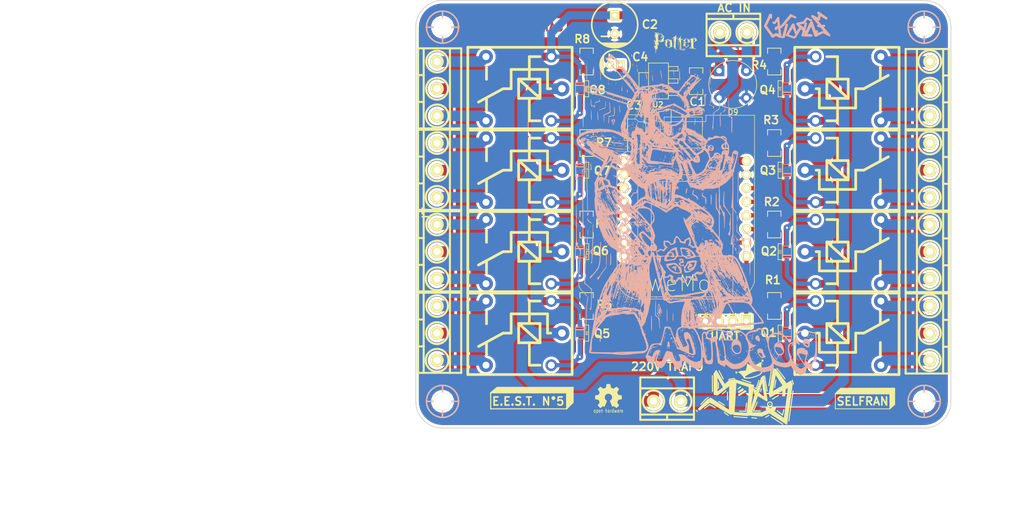
<source format=kicad_pcb>
(kicad_pcb (version 20171130) (host pcbnew "(5.1.4)-1")
  (layers (0 F.Cu signal) (31 B.Cu signal) (34 B.Paste user) (35 F.Paste user) (36 B.SilkS user) (37 F.SilkS user) (38 B.Mask user) (39 F.Mask user) (44 Edge.Cuts user))
  (net 0 "")
  (net 1 "Net-(D1-Pad1)")
  (net 2 "Net-(D2-Pad1)")
  (net 3 "Net-(D3-Pad1)")
  (net 4 "Net-(D4-Pad1)")
  (net 5 "Net-(D5-Pad1)")
  (net 6 "Net-(D6-Pad1)")
  (net 7 "Net-(D7-Pad1)")
  (net 8 "Net-(D8-Pad1)")
  (net 9 VCC)
  (net 10 GND)
  (net 11 /L)
  (net 12 /N)
  (net 13 +5V)
  (net 14 "Net-(D9-Pad4)")
  (net 15 "Net-(D9-Pad2)")
  (net 16 /NA4)
  (net 17 /NC4)
  (net 18 /Tx)
  (net 19 /Rx)
  (net 20 /D1)
  (net 21 /D2)
  (net 22 /D3)
  (net 23 /D4)
  (net 24 /D8)
  (net 25 /D7)
  (net 26 /D6)
  (net 27 /D5)
  (net 28 /NC1)
  (net 29 /NA1)
  (net 30 /NC2)
  (net 31 /NA2)
  (net 32 /NC3)
  (net 33 /NA3)
  (net 34 /NC5)
  (net 35 /NA5)
  (net 36 /NC6)
  (net 37 /NA6)
  (net 38 /NC7)
  (net 39 /NA7)
  (net 40 /NC8)
  (net 41 /NA8)
  (module EESTN5:Logo_Robotica (layer B.Cu) (at 141.75 120.1 180)
    (fp_text reference G*** hide)
    (fp_text value LOGO hide)
  )
  (module logos:poteeer (layer F.Cu) (at 134.45 87.95)
    (fp_text reference G*** hide)
    (fp_text value LOGO hide)
  )
  (module EESTN5:sod123 (layer B.Cu) (at 159.385 142.24 270)
    (fp_text reference D1 (at 0 1.30048 270) (layer B.SilkS) (effects (font (size 0.4 0.4) (thickness 0.1)) (justify mirror)))
    (fp_text value 1N4007 hide)
    (pad 1 smd rect (at -1.67386 0 270) (size 0.8509 0.8509) (layers B.Cu B.Paste B.Mask) (net 1 "Net-(D1-Pad1)"))
    (pad 2 smd rect (at 1.67386 0 270) (size 0.8509 0.8509) (layers B.Cu B.Paste B.Mask) (net 9 VCC))
  )
  (module EESTN5:sod123 (layer B.Cu) (at 159.385 127.04 270)
    (fp_text reference D2 (at 0 1.30048 270) (layer B.SilkS) (effects (font (size 0.4 0.4) (thickness 0.1)) (justify mirror)))
    (fp_text value 1N4007 hide)
    (pad 1 smd rect (at -1.67386 0 270) (size 0.8509 0.8509) (layers B.Cu B.Paste B.Mask) (net 2 "Net-(D2-Pad1)"))
    (pad 2 smd rect (at 1.67386 0 270) (size 0.8509 0.8509) (layers B.Cu B.Paste B.Mask) (net 9 VCC))
  )
  (module EESTN5:sod123 (layer B.Cu) (at 159.385 111.77 270)
    (fp_text reference D3 (at 0 1.30048 270) (layer B.SilkS) (effects (font (size 0.4 0.4) (thickness 0.1)) (justify mirror)))
    (fp_text value 1N4007 hide)
    (pad 1 smd rect (at -1.67386 0 270) (size 0.8509 0.8509) (layers B.Cu B.Paste B.Mask) (net 3 "Net-(D3-Pad1)"))
    (pad 2 smd rect (at 1.67386 0 270) (size 0.8509 0.8509) (layers B.Cu B.Paste B.Mask) (net 9 VCC))
  )
  (module EESTN5:sod123 (layer B.Cu) (at 159.385 96.53 270)
    (fp_text reference D4 (at 0 1.30048 270) (layer B.SilkS) (effects (font (size 0.4 0.4) (thickness 0.1)) (justify mirror)))
    (fp_text value 1N4007 hide)
    (pad 1 smd rect (at -1.67386 0 270) (size 0.8509 0.8509) (layers B.Cu B.Paste B.Mask) (net 4 "Net-(D4-Pad1)"))
    (pad 2 smd rect (at 1.67386 0 270) (size 0.8509 0.8509) (layers B.Cu B.Paste B.Mask) (net 9 VCC))
  )
  (module EESTN5:sod123 (layer B.Cu) (at 120.65 142.24 90)
    (fp_text reference D5 (at 0 1.30048 90) (layer B.SilkS) (effects (font (size 0.4 0.4) (thickness 0.1)) (justify mirror)))
    (fp_text value 1N4007 hide)
    (pad 1 smd rect (at -1.67386 0 90) (size 0.8509 0.8509) (layers B.Cu B.Paste B.Mask) (net 5 "Net-(D5-Pad1)"))
    (pad 2 smd rect (at 1.67386 0 90) (size 0.8509 0.8509) (layers B.Cu B.Paste B.Mask) (net 9 VCC))
  )
  (module EESTN5:sod123 (layer B.Cu) (at 120.65 127.06 90)
    (fp_text reference D6 (at -0.015 1.95 180) (layer B.SilkS) (effects (font (size 0.9144 0.9144) (thickness 0.1524)) (justify mirror)))
    (fp_text value 1N4007 hide)
    (pad 1 smd rect (at -1.67386 0 90) (size 0.8509 0.8509) (layers B.Cu B.Paste B.Mask) (net 6 "Net-(D6-Pad1)"))
    (pad 2 smd rect (at 1.67386 0 90) (size 0.8509 0.8509) (layers B.Cu B.Paste B.Mask) (net 9 VCC))
  )
  (module EESTN5:sod123 (layer B.Cu) (at 120.65 111.75 90)
    (fp_text reference D7 (at 0 1.30048 90) (layer B.SilkS) (effects (font (size 0.4 0.4) (thickness 0.1)) (justify mirror)))
    (fp_text value 1N4007 hide)
    (pad 1 smd rect (at -1.67386 0 90) (size 0.8509 0.8509) (layers B.Cu B.Paste B.Mask) (net 7 "Net-(D7-Pad1)"))
    (pad 2 smd rect (at 1.67386 0 90) (size 0.8509 0.8509) (layers B.Cu B.Paste B.Mask) (net 9 VCC))
  )
  (module EESTN5:sod123 (layer B.Cu) (at 120.65 96.52 90)
    (fp_text reference D8 (at 0 1.30048 90) (layer B.SilkS) (effects (font (size 0.4 0.4) (thickness 0.1)) (justify mirror)))
    (fp_text value 1N4007 hide)
    (pad 1 smd rect (at -1.67386 0 90) (size 0.8509 0.8509) (layers B.Cu B.Paste B.Mask) (net 8 "Net-(D8-Pad1)"))
    (pad 2 smd rect (at 1.67386 0 90) (size 0.8509 0.8509) (layers B.Cu B.Paste B.Mask) (net 9 VCC))
  )
  (module EESTN5:Relay_C (layer F.Cu) (at 170.815 111.76 90)
    (fp_text reference K3 hide)
    (fp_text value RELÉ hide)
    (pad 2 thru_hole circle (at -6 -6.1 90) (size 2.2 2.2) (drill 1.3) (layers *.Cu *.Mask) (net 9 VCC))
    (pad 3 thru_hole circle (at -6 6.1 90) (size 2.6 2.6) (drill 1.3) (layers *.Cu *.Mask) (net 33 /NA3))
    (pad 4 thru_hole circle (at 6 6.1 90) (size 2.6 2.6) (drill 1.3) (layers *.Cu *.Mask) (net 32 /NC3))
    (pad 5 thru_hole circle (at 6 -6.1 90) (size 2.2 2.2) (drill 1.3) (layers *.Cu *.Mask) (net 3 "Net-(D3-Pad1)"))
    (pad 1 thru_hole circle (at 0 -8.1 90) (size 2.8 2.8) (drill 1.4) (layers *.Cu *.Mask) (net 11 /L))
  )
  (module EESTN5:Relay_C (layer F.Cu) (at 170.815 142.24 90)
    (fp_text reference K1 hide)
    (fp_text value RELÉ hide)
    (pad 2 thru_hole circle (at -6 -6.1 90) (size 2.2 2.2) (drill 1.3) (layers *.Cu *.Mask) (net 9 VCC))
    (pad 3 thru_hole circle (at -6 6.1 90) (size 2.6 2.6) (drill 1.3) (layers *.Cu *.Mask) (net 29 /NA1))
    (pad 4 thru_hole circle (at 6 6.1 90) (size 2.6 2.6) (drill 1.3) (layers *.Cu *.Mask) (net 28 /NC1))
    (pad 5 thru_hole circle (at 6 -6.1 90) (size 2.2 2.2) (drill 1.3) (layers *.Cu *.Mask) (net 1 "Net-(D1-Pad1)"))
    (pad 1 thru_hole circle (at 0 -8.1 90) (size 2.8 2.8) (drill 1.4) (layers *.Cu *.Mask) (net 11 /L))
  )
  (module EESTN5:Relay_C (layer F.Cu) (at 170.815 127 90)
    (fp_text reference K2 hide)
    (fp_text value RELÉ hide)
    (pad 2 thru_hole circle (at -6 -6.1 90) (size 2.2 2.2) (drill 1.3) (layers *.Cu *.Mask) (net 9 VCC))
    (pad 3 thru_hole circle (at -6 6.1 90) (size 2.6 2.6) (drill 1.3) (layers *.Cu *.Mask) (net 31 /NA2))
    (pad 4 thru_hole circle (at 6 6.1 90) (size 2.6 2.6) (drill 1.3) (layers *.Cu *.Mask) (net 30 /NC2))
    (pad 5 thru_hole circle (at 6 -6.1 90) (size 2.2 2.2) (drill 1.3) (layers *.Cu *.Mask) (net 2 "Net-(D2-Pad1)"))
    (pad 1 thru_hole circle (at 0 -8.1 90) (size 2.8 2.8) (drill 1.4) (layers *.Cu *.Mask) (net 11 /L))
  )
  (module EESTN5:Relay_C (layer F.Cu) (at 170.815 96.52 90)
    (fp_text reference K4 hide)
    (fp_text value RELÉ hide)
    (pad 2 thru_hole circle (at -6 -6.1 90) (size 2.2 2.2) (drill 1.3) (layers *.Cu *.Mask) (net 9 VCC))
    (pad 3 thru_hole circle (at -6 6.1 90) (size 2.6 2.6) (drill 1.3) (layers *.Cu *.Mask) (net 16 /NA4))
    (pad 4 thru_hole circle (at 6 6.1 90) (size 2.6 2.6) (drill 1.3) (layers *.Cu *.Mask) (net 17 /NC4))
    (pad 5 thru_hole circle (at 6 -6.1 90) (size 2.2 2.2) (drill 1.3) (layers *.Cu *.Mask) (net 4 "Net-(D4-Pad1)"))
    (pad 1 thru_hole circle (at 0 -8.1 90) (size 2.8 2.8) (drill 1.4) (layers *.Cu *.Mask) (net 11 /L))
  )
  (module EESTN5:Relay_C (layer F.Cu) (at 109.22 142.24 270)
    (fp_text reference K5 hide)
    (fp_text value RELÉ hide)
    (pad 2 thru_hole circle (at -6 -6.1 270) (size 2.2 2.2) (drill 1.3) (layers *.Cu *.Mask) (net 9 VCC))
    (pad 3 thru_hole circle (at -6 6.1 270) (size 2.6 2.6) (drill 1.3) (layers *.Cu *.Mask) (net 35 /NA5))
    (pad 4 thru_hole circle (at 6 6.1 270) (size 2.6 2.6) (drill 1.3) (layers *.Cu *.Mask) (net 34 /NC5))
    (pad 5 thru_hole circle (at 6 -6.1 270) (size 2.2 2.2) (drill 1.3) (layers *.Cu *.Mask) (net 5 "Net-(D5-Pad1)"))
    (pad 1 thru_hole circle (at 0 -8.1 270) (size 2.8 2.8) (drill 1.4) (layers *.Cu *.Mask) (net 11 /L))
  )
  (module EESTN5:Relay_C (layer F.Cu) (at 109.22 127 270)
    (fp_text reference K6 hide)
    (fp_text value RELÉ hide)
    (pad 2 thru_hole circle (at -6 -6.1 270) (size 2.2 2.2) (drill 1.3) (layers *.Cu *.Mask) (net 9 VCC))
    (pad 3 thru_hole circle (at -6 6.1 270) (size 2.6 2.6) (drill 1.3) (layers *.Cu *.Mask) (net 37 /NA6))
    (pad 4 thru_hole circle (at 6 6.1 270) (size 2.6 2.6) (drill 1.3) (layers *.Cu *.Mask) (net 36 /NC6))
    (pad 5 thru_hole circle (at 6 -6.1 270) (size 2.2 2.2) (drill 1.3) (layers *.Cu *.Mask) (net 6 "Net-(D6-Pad1)"))
    (pad 1 thru_hole circle (at 0 -8.1 270) (size 2.8 2.8) (drill 1.4) (layers *.Cu *.Mask) (net 11 /L))
  )
  (module EESTN5:Relay_C (layer F.Cu) (at 109.22 111.76 270)
    (fp_text reference K7 hide)
    (fp_text value RELÉ hide)
    (pad 2 thru_hole circle (at -6 -6.1 270) (size 2.2 2.2) (drill 1.3) (layers *.Cu *.Mask) (net 9 VCC))
    (pad 3 thru_hole circle (at -6 6.1 270) (size 2.6 2.6) (drill 1.3) (layers *.Cu *.Mask) (net 39 /NA7))
    (pad 4 thru_hole circle (at 6 6.1 270) (size 2.6 2.6) (drill 1.3) (layers *.Cu *.Mask) (net 38 /NC7))
    (pad 5 thru_hole circle (at 6 -6.1 270) (size 2.2 2.2) (drill 1.3) (layers *.Cu *.Mask) (net 7 "Net-(D7-Pad1)"))
    (pad 1 thru_hole circle (at 0 -8.1 270) (size 2.8 2.8) (drill 1.4) (layers *.Cu *.Mask) (net 11 /L))
  )
  (module EESTN5:Relay_C (layer F.Cu) (at 109.22 96.52 270)
    (fp_text reference K8 hide)
    (fp_text value RELÉ hide)
    (pad 2 thru_hole circle (at -6 -6.1 270) (size 2.2 2.2) (drill 1.3) (layers *.Cu *.Mask) (net 9 VCC))
    (pad 3 thru_hole circle (at -6 6.1 270) (size 2.6 2.6) (drill 1.3) (layers *.Cu *.Mask) (net 41 /NA8))
    (pad 4 thru_hole circle (at 6 6.1 270) (size 2.6 2.6) (drill 1.3) (layers *.Cu *.Mask) (net 40 /NC8))
    (pad 5 thru_hole circle (at 6 -6.1 270) (size 2.2 2.2) (drill 1.3) (layers *.Cu *.Mask) (net 8 "Net-(D8-Pad1)"))
    (pad 1 thru_hole circle (at 0 -8.1 270) (size 2.8 2.8) (drill 1.4) (layers *.Cu *.Mask) (net 11 /L))
  )
  (module EESTN5:BORNERA3_AZUL (layer F.Cu) (at 186.055 127 90)
    (fp_text reference J2 hide)
    (fp_text value LAMPARA hide)
    (pad 3 thru_hole circle (at 5.08 0 90) (size 2.5 2.5) (drill 1.3) (layers *.Cu *.Mask F.SilkS) (net 30 /NC2))
    (pad 1 thru_hole circle (at -5.08 0 90) (size 2.5 2.5) (drill 1.3) (layers *.Cu *.Mask F.SilkS) (net 31 /NA2))
    (pad 2 thru_hole circle (at 0 0 90) (size 2.5 2.5) (drill 1.3) (layers *.Cu *.Mask F.SilkS) (net 12 /N))
  )
  (module EESTN5:BORNERA3_AZUL (layer F.Cu) (at 186.055 96.52 90)
    (fp_text reference J4 hide)
    (fp_text value LAMPARA hide)
    (pad 3 thru_hole circle (at 5.08 0 90) (size 2.5 2.5) (drill 1.3) (layers *.Cu *.Mask F.SilkS) (net 17 /NC4))
    (pad 1 thru_hole circle (at -5.08 0 90) (size 2.5 2.5) (drill 1.3) (layers *.Cu *.Mask F.SilkS) (net 16 /NA4))
    (pad 2 thru_hole circle (at 0 0 90) (size 2.5 2.5) (drill 1.3) (layers *.Cu *.Mask F.SilkS) (net 12 /N))
  )
  (module EESTN5:BORNERA3_AZUL (layer F.Cu) (at 93.98 127 270)
    (fp_text reference J6 hide)
    (fp_text value LAMPARA hide)
    (pad 3 thru_hole circle (at 5.08 0 270) (size 2.5 2.5) (drill 1.3) (layers *.Cu *.Mask F.SilkS) (net 36 /NC6))
    (pad 1 thru_hole circle (at -5.08 0 270) (size 2.5 2.5) (drill 1.3) (layers *.Cu *.Mask F.SilkS) (net 37 /NA6))
    (pad 2 thru_hole circle (at 0 0 270) (size 2.5 2.5) (drill 1.3) (layers *.Cu *.Mask F.SilkS) (net 12 /N))
  )
  (module EESTN5:BORNERA3_AZUL (layer F.Cu) (at 186.055 142.24 90)
    (fp_text reference J1 hide)
    (fp_text value LAMPARA hide)
    (pad 3 thru_hole circle (at 5.08 0 90) (size 2.5 2.5) (drill 1.3) (layers *.Cu *.Mask F.SilkS) (net 28 /NC1))
    (pad 1 thru_hole circle (at -5.08 0 90) (size 2.5 2.5) (drill 1.3) (layers *.Cu *.Mask F.SilkS) (net 29 /NA1))
    (pad 2 thru_hole circle (at 0 0 90) (size 2.5 2.5) (drill 1.3) (layers *.Cu *.Mask F.SilkS) (net 12 /N))
  )
  (module EESTN5:BORNERA3_AZUL (layer F.Cu) (at 186.055 111.76 90)
    (fp_text reference eJ3 hide)
    (fp_text value LAMPARA hide)
    (pad 3 thru_hole circle (at 5.08 0 90) (size 2.5 2.5) (drill 1.3) (layers *.Cu *.Mask F.SilkS) (net 32 /NC3))
    (pad 1 thru_hole circle (at -5.08 0 90) (size 2.5 2.5) (drill 1.3) (layers *.Cu *.Mask F.SilkS) (net 33 /NA3))
    (pad 2 thru_hole circle (at 0 0 90) (size 2.5 2.5) (drill 1.3) (layers *.Cu *.Mask F.SilkS) (net 12 /N))
  )
  (module EESTN5:BORNERA3_AZUL (layer F.Cu) (at 93.98 142.24 270)
    (fp_text reference J5 hide)
    (fp_text value LAMPARA hide)
    (pad 3 thru_hole circle (at 5.08 0 270) (size 2.5 2.5) (drill 1.3) (layers *.Cu *.Mask F.SilkS) (net 34 /NC5))
    (pad 1 thru_hole circle (at -5.08 0 270) (size 2.5 2.5) (drill 1.3) (layers *.Cu *.Mask F.SilkS) (net 35 /NA5))
    (pad 2 thru_hole circle (at 0 0 270) (size 2.5 2.5) (drill 1.3) (layers *.Cu *.Mask F.SilkS) (net 12 /N))
  )
  (module EESTN5:BORNERA3_AZUL (layer F.Cu) (at 93.98 111.76 270)
    (fp_text reference J7 (at 8.2 1.95 270) (layer F.SilkS) (effects (font (size 1.5 1.5) (thickness 0.3))))
    (fp_text value LAMPARA hide)
    (pad 3 thru_hole circle (at 5.08 0 270) (size 2.5 2.5) (drill 1.3) (layers *.Cu *.Mask F.SilkS) (net 38 /NC7))
    (pad 1 thru_hole circle (at -5.08 0 270) (size 2.5 2.5) (drill 1.3) (layers *.Cu *.Mask F.SilkS) (net 39 /NA7))
    (pad 2 thru_hole circle (at 0 0 270) (size 2.5 2.5) (drill 1.3) (layers *.Cu *.Mask F.SilkS) (net 12 /N))
  )
  (module EESTN5:C_1206 (layer F.Cu) (at 142.39 95.12 90)
    (fp_text reference C1 (at -3.83 0.235 180) (layer F.SilkS) (effects (font (size 1.524 1.524) (thickness 0.254))))
    (fp_text value 100nF hide)
    (pad 1 smd rect (at 1.397 0 90) (size 1.6002 1.8034) (layers F.Cu F.Paste F.Mask) (net 9 VCC))
    (pad 2 smd rect (at -1.397 0 90) (size 1.6002 1.8034) (layers F.Cu F.Paste F.Mask) (net 10 GND))
  )
  (module EESTN5:CAP_ELEC_8x11.5mm (layer F.Cu) (at 127.18 84.53 180)
    (fp_text reference C2 (at -6.57 0.03 180) (layer F.SilkS) (effects (font (size 1.524 1.524) (thickness 0.3048))))
    (fp_text value "1000uF 50V" hide)
    (pad 1 thru_hole rect (at 0 1.75 180) (size 1.8 1.8) (drill 0.8) (layers *.Cu *.Mask F.SilkS) (net 9 VCC))
    (pad 2 thru_hole circle (at 0 -1.75 180) (size 1.8 1.8) (drill 0.8) (layers *.Cu *.Mask F.SilkS) (net 10 GND))
  )
  (module EESTN5:C_1206 (layer F.Cu) (at 135.23 101.66 180)
    (fp_text reference C3 (at 4.455 2.035 180) (layer F.SilkS) (effects (font (size 1.524 1.524) (thickness 0.254))))
    (fp_text value 100nF hide)
    (pad 2 smd rect (at -1.397 0 180) (size 1.6002 1.8034) (layers F.Cu F.Paste F.Mask) (net 10 GND))
    (pad 1 smd rect (at 1.397 0 180) (size 1.6002 1.8034) (layers F.Cu F.Paste F.Mask) (net 13 +5V))
  )
  (module EESTN5:CAP_ELEC_5x11mm (layer F.Cu) (at 127.25 92.06 90)
    (fp_text reference C4 (at 1.485 4.7 180) (layer F.SilkS) (effects (font (size 1.524 1.524) (thickness 0.3048))))
    (fp_text value 10uF hide)
    (pad 1 thru_hole rect (at 0 1 90) (size 1.524 1.524) (drill 0.65) (layers *.Cu *.Mask F.SilkS) (net 13 +5V))
    (pad 2 thru_hole circle (at 0 -1 90) (size 1.524 1.524) (drill 0.65) (layers *.Cu *.Mask F.SilkS) (net 10 GND))
  )
  (module EESTN5:Diode_Bridge_Round_D8.9mm (layer F.Cu) (at 149.23 95.71)
    (fp_text reference D9 (at 0.07 5.19 180) (layer F.SilkS))
    (fp_text value D_Bridge_+A-A hide)
    (pad 4 thru_hole oval (at 2.54 -2.54) (size 2 2) (drill 1) (layers *.Cu *.Mask) (net 14 "Net-(D9-Pad4)"))
    (pad 2 thru_hole oval (at -2.54 2.54) (size 2 2) (drill 1) (layers *.Cu *.Mask) (net 15 "Net-(D9-Pad2)"))
    (pad 3 thru_hole oval (at 2.54 2.54) (size 2 2) (drill 1) (layers *.Cu *.Mask) (net 10 GND))
    (pad 1 thru_hole rect (at -2.54 -2.54) (size 2 2) (drill 1) (layers *.Cu *.Mask) (net 9 VCC))
  )
  (module EESTN5:BORNERA3_AZUL (layer F.Cu) (at 93.98 96.52 270)
    (fp_text reference J8 hide)
    (fp_text value LAMPARA hide)
    (pad 3 thru_hole circle (at 5.08 0 270) (size 2.5 2.5) (drill 1.3) (layers *.Cu *.Mask F.SilkS) (net 40 /NC8))
    (pad 1 thru_hole circle (at -5.08 0 270) (size 2.5 2.5) (drill 1.3) (layers *.Cu *.Mask F.SilkS) (net 41 /NA8))
    (pad 2 thru_hole circle (at 0 0 270) (size 2.5 2.5) (drill 1.3) (layers *.Cu *.Mask F.SilkS) (net 12 /N))
  )
  (module EESTN5:BORNERA2_AZUL (layer F.Cu) (at 136.97 154.97)
    (fp_text reference J9 hide)
    (fp_text value "220V TRAFO" (at 0.03 -6.47) (layer F.SilkS) (effects (font (size 1.5 1.5) (thickness 0.3))))
    (pad 1 thru_hole circle (at -2.54 0) (size 2.5 2.5) (drill 1.3) (layers *.Cu *.Mask F.SilkS) (net 12 /N))
    (pad 2 thru_hole circle (at 2.54 0) (size 2.5 2.5) (drill 1.3) (layers *.Cu *.Mask F.SilkS) (net 11 /L))
  )
  (module EESTN5:BORNERA2_AZUL (layer F.Cu) (at 149.36 85.98 180)
    (fp_text reference J10 hide)
    (fp_text value "AC IN" (at -0.14 4.58 180) (layer F.SilkS) (effects (font (size 1.5 1.5) (thickness 0.3))))
    (pad 2 thru_hole circle (at 2.54 0 180) (size 2.5 2.5) (drill 1.3) (layers *.Cu *.Mask F.SilkS) (net 15 "Net-(D9-Pad2)"))
    (pad 1 thru_hole circle (at -2.54 0 180) (size 2.5 2.5) (drill 1.3) (layers *.Cu *.Mask F.SilkS) (net 14 "Net-(D9-Pad4)"))
  )
  (module EESTN5:SOT223 (layer F.Cu) (at 135.35 95.07 90)
    (fp_text reference U2 (at -4.43 -0.1 180) (layer F.SilkS) (effects (font (size 1.00076 1.00076) (thickness 0.20066))))
    (fp_text value LM1117-SOT hide)
    (pad 1 smd rect (at -2.3 3.3 90) (size 1 2.4) (layers F.Cu F.Paste F.Mask) (net 10 GND))
    (pad 2 smd rect (at 0 3.3 90) (size 1 2.4) (layers F.Cu F.Paste F.Mask) (net 13 +5V))
    (pad 3 smd rect (at 2.3 3.3 90) (size 1 2.4) (layers F.Cu F.Paste F.Mask) (net 9 VCC))
    (pad 4 smd rect (at 0 -3.15 90) (size 3.8 2.4) (layers F.Cu F.Paste F.Mask) (net 13 +5V))
  )
  (module EESTN5:Wemos_D1_Mini_Board (layer F.Cu) (at 140.37 117.68 180)
    (fp_text reference U1 (at 9.37 -15.57 180) (layer F.SilkS))
    (fp_text value WeMos_mini)
    (fp_text user WeMos (at 0 -15.24 180) (layer F.SilkS) (effects (font (size 3 3))))
    (pad 8 thru_hole circle (at -11.43 -10.16 180) (size 1.8 1.8) (drill 1.016) (layers *.Cu *.Mask F.SilkS) (net 18 /Tx))
    (pad 7 thru_hole circle (at -11.43 -7.62 180) (size 1.8 1.8) (drill 1.016) (layers *.Cu *.Mask F.SilkS) (net 19 /Rx))
    (pad 6 thru_hole circle (at -11.43 -5.08 180) (size 1.8 1.8) (drill 1.016) (layers *.Cu *.Mask F.SilkS) (net 20 /D1))
    (pad 5 thru_hole circle (at -11.43 -2.54 180) (size 1.8 1.8) (drill 1.016) (layers *.Cu *.Mask F.SilkS) (net 21 /D2))
    (pad 4 thru_hole circle (at -11.43 0 180) (size 1.8 1.8) (drill 1.016) (layers *.Cu *.Mask F.SilkS) (net 22 /D3))
    (pad 3 thru_hole circle (at -11.43 2.54 180) (size 1.8 1.8) (drill 1.016) (layers *.Cu *.Mask F.SilkS) (net 23 /D4))
    (pad 2 thru_hole circle (at -11.43 5.08 180) (size 1.8 1.8) (drill 1.016) (layers *.Cu *.Mask F.SilkS) (net 10 GND))
    (pad 1 thru_hole circle (at -11.43 7.62 180) (size 1.8 1.8) (drill 1.016) (layers *.Cu *.Mask F.SilkS) (net 13 +5V))
    (pad 16 thru_hole circle (at 11.43 7.62 180) (size 1.8 1.8) (drill 1.016) (layers *.Cu *.Mask F.SilkS))
    (pad 15 thru_hole circle (at 11.43 5.08 180) (size 1.8 1.8) (drill 1.016) (layers *.Cu *.Mask F.SilkS) (net 24 /D8))
    (pad 14 thru_hole circle (at 11.43 2.54 180) (size 1.8 1.8) (drill 1.016) (layers *.Cu *.Mask F.SilkS) (net 25 /D7))
    (pad 13 thru_hole circle (at 11.43 0 180) (size 1.8 1.8) (drill 1.016) (layers *.Cu *.Mask F.SilkS) (net 26 /D6))
    (pad 12 thru_hole circle (at 11.43 -2.54 180) (size 1.8 1.8) (drill 1.016) (layers *.Cu *.Mask F.SilkS) (net 27 /D5))
    (pad 11 thru_hole circle (at 11.43 -5.08 180) (size 1.8 1.8) (drill 1.016) (layers *.Cu *.Mask F.SilkS))
    (pad 10 thru_hole circle (at 11.43 -7.62 180) (size 1.8 1.8) (drill 1.016) (layers *.Cu *.Mask F.SilkS))
    (pad 9 thru_hole circle (at 11.43 -10.16 180) (size 1.8 1.8) (drill 1.016) (layers *.Cu *.Mask F.SilkS))
  )
  (module EESTN5:SOT23 (layer F.Cu) (at 158.115 142.24 90)
    (fp_text reference Q1 (at 0.1 -2.165 180) (layer F.SilkS) (effects (font (size 1.5 1.5) (thickness 0.3))))
    (fp_text value 2N7000 hide)
    (pad 3 smd rect (at 0.9525 1.05664 90) (size 0.59944 1.00076) (layers F.Cu F.Paste F.Mask) (net 1 "Net-(D1-Pad1)"))
    (pad 2 smd rect (at 0 -1.05664 90) (size 0.59944 1.00076) (layers F.Cu F.Paste F.Mask) (net 20 /D1))
    (pad 1 smd rect (at -0.9525 1.05664 90) (size 0.59944 1.00076) (layers F.Cu F.Paste F.Mask) (net 10 GND))
  )
  (module EESTN5:SOT23 (layer F.Cu) (at 158.115 127 90)
    (fp_text reference Q2 (at 0.075 -2.115 180) (layer F.SilkS) (effects (font (size 1.5 1.5) (thickness 0.3))))
    (fp_text value 2N7000 hide)
    (pad 1 smd rect (at -0.9525 1.05664 90) (size 0.59944 1.00076) (layers F.Cu F.Paste F.Mask) (net 10 GND))
    (pad 2 smd rect (at 0 -1.05664 90) (size 0.59944 1.00076) (layers F.Cu F.Paste F.Mask) (net 21 /D2))
    (pad 3 smd rect (at 0.9525 1.05664 90) (size 0.59944 1.00076) (layers F.Cu F.Paste F.Mask) (net 2 "Net-(D2-Pad1)"))
  )
  (module EESTN5:SOT23 (layer F.Cu) (at 158.115 111.76 90)
    (fp_text reference Q3 (at -0.04 -2.315 180) (layer F.SilkS) (effects (font (size 1.5 1.5) (thickness 0.3))))
    (fp_text value 2N7000 hide)
    (pad 1 smd rect (at -0.9525 1.05664 90) (size 0.59944 1.00076) (layers F.Cu F.Paste F.Mask) (net 10 GND))
    (pad 2 smd rect (at 0 -1.05664 90) (size 0.59944 1.00076) (layers F.Cu F.Paste F.Mask) (net 22 /D3))
    (pad 3 smd rect (at 0.9525 1.05664 90) (size 0.59944 1.00076) (layers F.Cu F.Paste F.Mask) (net 3 "Net-(D3-Pad1)"))
  )
  (module EESTN5:SOT23 (layer F.Cu) (at 158.115 96.52 90)
    (fp_text reference Q4 (at -0.23 -2.365 180) (layer F.SilkS) (effects (font (size 1.5 1.5) (thickness 0.3))))
    (fp_text value 2N7000 hide)
    (pad 3 smd rect (at 0.9525 1.05664 90) (size 0.59944 1.00076) (layers F.Cu F.Paste F.Mask) (net 4 "Net-(D4-Pad1)"))
    (pad 2 smd rect (at 0 -1.05664 90) (size 0.59944 1.00076) (layers F.Cu F.Paste F.Mask) (net 23 /D4))
    (pad 1 smd rect (at -0.9525 1.05664 90) (size 0.59944 1.00076) (layers F.Cu F.Paste F.Mask) (net 10 GND))
  )
  (module EESTN5:SOT23 (layer F.Cu) (at 121.92 142.24 270)
    (fp_text reference Q5 (at 0.085 -2.9) (layer F.SilkS) (effects (font (size 1.5 1.5) (thickness 0.3))))
    (fp_text value 2N7000 hide)
    (pad 3 smd rect (at 0.9525 1.05664 270) (size 0.59944 1.00076) (layers F.Cu F.Paste F.Mask) (net 5 "Net-(D5-Pad1)"))
    (pad 2 smd rect (at 0 -1.05664 270) (size 0.59944 1.00076) (layers F.Cu F.Paste F.Mask) (net 27 /D5))
    (pad 1 smd rect (at -0.9525 1.05664 270) (size 0.59944 1.00076) (layers F.Cu F.Paste F.Mask) (net 10 GND))
  )
  (module EESTN5:SOT23 (layer F.Cu) (at 121.92 127 270)
    (fp_text reference Q6 (at -0.15 -2.63) (layer F.SilkS) (effects (font (size 1.5 1.5) (thickness 0.3))))
    (fp_text value 2N7000 hide)
    (pad 1 smd rect (at -0.9525 1.05664 270) (size 0.59944 1.00076) (layers F.Cu F.Paste F.Mask) (net 10 GND))
    (pad 2 smd rect (at 0 -1.05664 270) (size 0.59944 1.00076) (layers F.Cu F.Paste F.Mask) (net 26 /D6))
    (pad 3 smd rect (at 0.9525 1.05664 270) (size 0.59944 1.00076) (layers F.Cu F.Paste F.Mask) (net 6 "Net-(D6-Pad1)"))
  )
  (module EESTN5:SOT23 (layer F.Cu) (at 121.92 111.76 270)
    (fp_text reference Q7 (at 0.1 -2.9 180) (layer F.SilkS) (effects (font (size 1.5 1.5) (thickness 0.3))))
    (fp_text value 2N7000 hide)
    (pad 1 smd rect (at -0.9525 1.05664 270) (size 0.59944 1.00076) (layers F.Cu F.Paste F.Mask) (net 10 GND))
    (pad 2 smd rect (at 0 -1.05664 270) (size 0.59944 1.00076) (layers F.Cu F.Paste F.Mask) (net 25 /D7))
    (pad 3 smd rect (at 0.9525 1.05664 270) (size 0.59944 1.00076) (layers F.Cu F.Paste F.Mask) (net 7 "Net-(D7-Pad1)"))
  )
  (module EESTN5:SOT23 (layer F.Cu) (at 121.92 96.52 270)
    (fp_text reference Q8 (at 0.23 -2.03) (layer F.SilkS) (effects (font (size 1.5 1.5) (thickness 0.3))))
    (fp_text value 2N7000 hide)
    (pad 3 smd rect (at 0.9525 1.05664 270) (size 0.59944 1.00076) (layers F.Cu F.Paste F.Mask) (net 8 "Net-(D8-Pad1)"))
    (pad 2 smd rect (at 0 -1.05664 270) (size 0.59944 1.00076) (layers F.Cu F.Paste F.Mask) (net 24 /D8))
    (pad 1 smd rect (at -0.9525 1.05664 270) (size 0.59944 1.00076) (layers F.Cu F.Paste F.Mask) (net 10 GND))
  )
  (module EESTN5:R_1206 (layer F.Cu) (at 157 137.15 270)
    (fp_text reference R1 (at -4.85 0.275) (layer F.SilkS) (effects (font (size 1.5 1.5) (thickness 0.3))))
    (fp_text value 10K hide)
    (pad 1 smd rect (at 1.397 0 270) (size 1.6002 1.8034) (layers F.Cu F.Paste F.Mask) (net 20 /D1))
    (pad 2 smd rect (at -1.397 0 270) (size 1.6002 1.8034) (layers F.Cu F.Paste F.Mask) (net 10 GND))
  )
  (module EESTN5:R_1206 (layer F.Cu) (at 157 121.92 270)
    (fp_text reference R2 (at -4.22 0.475) (layer F.SilkS) (effects (font (size 1.5 1.5) (thickness 0.3))))
    (fp_text value 10K hide)
    (pad 2 smd rect (at -1.397 0 270) (size 1.6002 1.8034) (layers F.Cu F.Paste F.Mask) (net 10 GND))
    (pad 1 smd rect (at 1.397 0 270) (size 1.6002 1.8034) (layers F.Cu F.Paste F.Mask) (net 21 /D2))
  )
  (module EESTN5:R_1206 (layer F.Cu) (at 157 106.68 270)
    (fp_text reference R3 (at -4.305 0.6) (layer F.SilkS) (effects (font (size 1.5 1.5) (thickness 0.3))))
    (fp_text value 10K hide)
    (pad 1 smd rect (at 1.397 0 270) (size 1.6002 1.8034) (layers F.Cu F.Paste F.Mask) (net 22 /D3))
    (pad 2 smd rect (at -1.397 0 270) (size 1.6002 1.8034) (layers F.Cu F.Paste F.Mask) (net 10 GND))
  )
  (module EESTN5:R_1206 (layer F.Cu) (at 157 91.44 270)
    (fp_text reference R4 (at 0.66 2.85) (layer F.SilkS) (effects (font (size 1.5 1.5) (thickness 0.3))))
    (fp_text value 10K hide)
    (pad 1 smd rect (at 1.397 0 270) (size 1.6002 1.8034) (layers F.Cu F.Paste F.Mask) (net 23 /D4))
    (pad 2 smd rect (at -1.397 0 270) (size 1.6002 1.8034) (layers F.Cu F.Paste F.Mask) (net 10 GND))
  )
  (module EESTN5:R_1206 (layer F.Cu) (at 121.92 137.16 270)
    (fp_text reference R5 (at -0.21 -3.33) (layer F.SilkS) (effects (font (size 1.5 1.5) (thickness 0.3))))
    (fp_text value 10K hide)
    (pad 1 smd rect (at 1.397 0 270) (size 1.6002 1.8034) (layers F.Cu F.Paste F.Mask) (net 27 /D5))
    (pad 2 smd rect (at -1.397 0 270) (size 1.6002 1.8034) (layers F.Cu F.Paste F.Mask) (net 10 GND))
  )
  (module EESTN5:R_1206 (layer F.Cu) (at 121.92 121.92 270)
    (fp_text reference R6 (at -0.145 -3.055) (layer F.SilkS) (effects (font (size 1.5 1.5) (thickness 0.3))))
    (fp_text value 10K hide)
    (pad 2 smd rect (at -1.397 0 270) (size 1.6002 1.8034) (layers F.Cu F.Paste F.Mask) (net 10 GND))
    (pad 1 smd rect (at 1.397 0 270) (size 1.6002 1.8034) (layers F.Cu F.Paste F.Mask) (net 26 /D6))
  )
  (module EESTN5:R_1206 (layer F.Cu) (at 121.92 106.68 270)
    (fp_text reference R7 (at -0.08 -3.23) (layer F.SilkS) (effects (font (size 1.5 1.5) (thickness 0.3))))
    (fp_text value 10K hide)
    (pad 2 smd rect (at -1.397 0 270) (size 1.6002 1.8034) (layers F.Cu F.Paste F.Mask) (net 10 GND))
    (pad 1 smd rect (at 1.397 0 270) (size 1.6002 1.8034) (layers F.Cu F.Paste F.Mask) (net 25 /D7))
  )
  (module EESTN5:R_1206 (layer F.Cu) (at 121.92 91.44 270)
    (fp_text reference R8 (at -4.215 0.82) (layer F.SilkS) (effects (font (size 1.5 1.5) (thickness 0.3))))
    (fp_text value 10K hide)
    (pad 2 smd rect (at -1.397 0 270) (size 1.6002 1.8034) (layers F.Cu F.Paste F.Mask) (net 10 GND))
    (pad 1 smd rect (at 1.397 0 270) (size 1.6002 1.8034) (layers F.Cu F.Paste F.Mask) (net 24 /D8))
  )
  (module EESTN5:Separador_M3_5mm (layer F.Cu) (at 95 85)
    (fp_text reference H1 hide)
    (fp_text value Mounting_Hole hide)
    (pad 1 thru_hole circle (at 0 0) (size 3.25 3.25) (drill 3.25) (layers *.Cu F.SilkS))
  )
  (module EESTN5:Separador_M3_5mm (layer F.Cu) (at 185 85)
    (fp_text reference H2 hide)
    (fp_text value Mounting_Hole hide)
    (pad 1 thru_hole circle (at 0 0) (size 3.25 3.25) (drill 3.25) (layers *.Cu F.SilkS))
  )
  (module EESTN5:Separador_M3_5mm (layer F.Cu) (at 95 155)
    (fp_text reference H3 hide)
    (fp_text value Mounting_Hole hide)
    (pad 1 thru_hole circle (at 0 0) (size 3.25 3.25) (drill 3.25) (layers *.Cu F.SilkS))
  )
  (module EESTN5:Separador_M3_5mm (layer F.Cu) (at 185 155)
    (fp_text reference H4 hide)
    (fp_text value Mounting_Hole hide)
    (pad 1 thru_hole circle (at 0 0) (size 3.25 3.25) (drill 3.25) (layers *.Cu F.SilkS))
  )
  (module EESTN5:pin_strip_4 (layer F.Cu) (at 147.95 140.01 180)
    (fp_text reference UART (at 0.15 -2.79 180) (layer F.SilkS) (effects (font (size 1.5 1.5) (thickness 0.3))))
    (fp_text value UART hide)
    (pad 1 thru_hole rect (at -3.81 0 180) (size 1.75 2.2) (drill 1.00076) (layers *.Cu *.Mask F.SilkS) (net 18 /Tx))
    (pad 2 thru_hole oval (at -1.27 0 180) (size 1.75 2.2) (drill 1.00076) (layers *.Cu *.Mask F.SilkS) (net 19 /Rx))
    (pad 3 thru_hole oval (at 1.27 0 180) (size 1.75 2.2) (drill 1.00076) (layers *.Cu *.Mask F.SilkS) (net 10 GND))
    (pad 4 thru_hole oval (at 3.81 0 180) (size 1.75 2.2) (drill 1.00076) (layers *.Cu *.Mask F.SilkS) (net 13 +5V))
  )
  (module EESTN5:LOGO_EESTN5_F.Cu (layer F.Cu) (at 137 120.5)
    (fp_text reference G*** hide)
    (fp_text value LOGO hide)
    (fp_poly (pts (xy 1.705551 -2.272405) (xy 1.835577 -2.225332) (xy 1.862666 -2.159) (xy 1.798407 -2.065069) (xy 1.593322 -2.03223) (xy 1.566333 -2.032) (xy 1.34716 -2.004461) (xy 1.270535 -1.916567) (xy 1.27 -1.905) (xy 1.345728 -1.804174) (xy 1.524 -1.778) (xy 1.725652 -1.740136) (xy 1.778 -1.651) (xy 1.702271 -1.550174) (xy 1.524 -1.524) (xy 1.342473 -1.501219) (xy 1.276065 -1.404379) (xy 1.27 -1.312334) (xy 1.29214 -1.169192) (xy 1.391771 -1.110593) (xy 1.566333 -1.100667) (xy 1.785506 -1.073127) (xy 1.86213 -0.985234) (xy 1.862666 -0.973667) (xy 1.817347 -0.893802) (xy 1.660439 -0.854794) (xy 1.439333 -0.846667) (xy 1.016 -0.846667) (xy 1.016 -2.286) (xy 1.439333 -2.286) (xy 1.705551 -2.272405)) (layer F.Cu) (width 0.01))
    (fp_poly (pts (xy -1.257782 -2.272405) (xy -1.127756 -2.225332) (xy -1.100667 -2.159) (xy -1.164927 -2.065069) (xy -1.370012 -2.03223) (xy -1.397 -2.032) (xy -1.616174 -2.004461) (xy -1.692798 -1.916567) (xy -1.693334 -1.905) (xy -1.617606 -1.804174) (xy -1.439334 -1.778) (xy -1.237682 -1.740136) (xy -1.185334 -1.651) (xy -1.261062 -1.550174) (xy -1.439334 -1.524) (xy -1.620861 -1.501219) (xy -1.687268 -1.404379) (xy -1.693334 -1.312334) (xy -1.671194 -1.169192) (xy -1.571562 -1.110593) (xy -1.397 -1.100667) (xy -1.177827 -1.073127) (xy -1.101203 -0.985234) (xy -1.100667 -0.973667) (xy -1.145987 -0.893802) (xy -1.302894 -0.854794) (xy -1.524 -0.846667) (xy -1.947334 -0.846667) (xy -1.947334 -2.286) (xy -1.524 -2.286) (xy -1.257782 -2.272405)) (layer F.Cu) (width 0.01))
    (fp_poly (pts (xy -1.224388 0.994294) (xy -1.119465 1.107382) (xy -1.117177 1.117378) (xy -1.124883 1.20801) (xy -1.22321 1.231928) (xy -1.403013 1.210289) (xy -1.607814 1.189767) (xy -1.682254 1.224636) (xy -1.676844 1.278244) (xy -1.574738 1.409035) (xy -1.462844 1.484972) (xy -1.16255 1.682287) (xy -1.026956 1.8867) (xy -1.05778 2.093831) (xy -1.170834 2.230544) (xy -1.349479 2.323026) (xy -1.584162 2.368778) (xy -1.797042 2.358754) (xy -1.890889 2.314222) (xy -1.955813 2.183869) (xy -1.870185 2.095172) (xy -1.65085 2.06423) (xy -1.629834 2.064676) (xy -1.3962 2.041962) (xy -1.318004 1.964509) (xy -1.396119 1.846728) (xy -1.608667 1.714205) (xy -1.844803 1.537441) (xy -1.932306 1.33122) (xy -1.863156 1.120897) (xy -1.81422 1.064314) (xy -1.636681 0.967819) (xy -1.418432 0.946126) (xy -1.224388 0.994294)) (layer F.Cu) (width 0.01))
    (fp_poly (pts (xy 1.790356 1.024478) (xy 1.961928 1.054774) (xy 2.02797 1.114177) (xy 2.032 1.143) (xy 1.958399 1.245143) (xy 1.820333 1.27) (xy 1.709749 1.278715) (xy 1.646459 1.329459) (xy 1.617286 1.459132) (xy 1.609052 1.704631) (xy 1.608666 1.862666) (xy 1.601197 2.184672) (xy 1.574342 2.368966) (xy 1.521426 2.446692) (xy 1.481666 2.455333) (xy 1.412665 2.420478) (xy 1.373173 2.295153) (xy 1.356518 2.048212) (xy 1.354666 1.862666) (xy 1.351554 1.55303) (xy 1.33343 1.375819) (xy 1.287119 1.294135) (xy 1.199441 1.271078) (xy 1.143 1.27) (xy 0.972761 1.225839) (xy 0.931333 1.143) (xy 0.968073 1.071763) (xy 1.099355 1.03217) (xy 1.356768 1.016929) (xy 1.481666 1.016) (xy 1.790356 1.024478)) (layer F.Cu) (width 0.01))
    (fp_poly (pts (xy 0.539361 -4.151857) (xy 0.613933 -3.818777) (xy 0.675789 -3.615221) (xy 0.746422 -3.504868) (xy 0.847324 -3.4514) (xy 0.970023 -3.424098) (xy 1.145299 -3.406255) (xy 1.284159 -3.449773) (xy 1.439308 -3.581438) (xy 1.580409 -3.734317) (xy 1.859395 -4.043435) (xy 2.049383 -4.243541) (xy 2.171009 -4.354672) (xy 2.244906 -4.39687) (xy 2.264833 -4.398995) (xy 2.375118 -4.357122) (xy 2.561062 -4.260084) (xy 2.76462 -4.141534) (xy 2.927749 -4.035128) (xy 2.992105 -3.977308) (xy 2.969059 -3.88328) (xy 2.895782 -3.673804) (xy 2.786828 -3.389883) (xy 2.757835 -3.317324) (xy 2.510004 -2.7017) (xy 2.695716 -2.515988) (xy 2.881428 -2.330275) (xy 3.536214 -2.56659) (xy 4.191 -2.802904) (xy 4.464907 -2.480952) (xy 4.622881 -2.286636) (xy 4.722472 -2.147555) (xy 4.740073 -2.110536) (xy 4.681507 -2.036295) (xy 4.524234 -1.880191) (xy 4.297747 -1.670992) (xy 4.201938 -1.585565) (xy 3.931215 -1.336576) (xy 3.772658 -1.159728) (xy 3.703898 -1.024329) (xy 3.702463 -0.900236) (xy 3.741727 -0.780219) (xy 3.827105 -0.697209) (xy 3.992135 -0.636975) (xy 4.270355 -0.585291) (xy 4.529666 -0.549293) (xy 4.876918 -0.5005) (xy 5.089422 -0.448985) (xy 5.200267 -0.369555) (xy 5.242541 -0.237014) (xy 5.249331 -0.026169) (xy 5.249333 -0.001311) (xy 5.249333 0.409301) (xy 4.821832 0.500984) (xy 4.531353 0.554948) (xy 4.279094 0.587898) (xy 4.19288 0.592666) (xy 3.992397 0.644554) (xy 3.814439 0.767657) (xy 3.726608 0.913137) (xy 3.725333 0.930456) (xy 3.697673 1.068866) (xy 3.680821 1.118146) (xy 3.724177 1.230398) (xy 3.900954 1.411134) (xy 4.188821 1.639824) (xy 4.444975 1.832685) (xy 4.638057 1.987161) (xy 4.73557 2.07694) (xy 4.741333 2.087176) (xy 4.702094 2.178074) (xy 4.601932 2.364055) (xy 4.526645 2.495183) (xy 4.311957 2.86152) (xy 3.641576 2.641747) (xy 3.311848 2.536019) (xy 3.101924 2.481175) (xy 2.97109 2.474177) (xy 2.878633 2.511984) (xy 2.79793 2.578776) (xy 2.684497 2.698445) (xy 2.638803 2.820406) (xy 2.662788 2.987252) (xy 2.758396 3.241572) (xy 2.836333 3.420879) (xy 2.947904 3.683896) (xy 3.024596 3.885222) (xy 3.048 3.970496) (xy 2.983236 4.054415) (xy 2.818165 4.189294) (xy 2.698733 4.272631) (xy 2.349467 4.503764) (xy 1.826995 3.985935) (xy 1.571156 3.73725) (xy 1.398047 3.590519) (xy 1.272476 3.52617) (xy 1.159252 3.52463) (xy 1.053372 3.555658) (xy 0.924955 3.613874) (xy 0.835005 3.706389) (xy 0.763325 3.871463) (xy 0.68972 4.147351) (xy 0.650268 4.319271) (xy 0.498314 4.995333) (xy -0.411328 4.995333) (xy -0.50736 4.5085) (xy -0.591258 4.108407) (xy -0.664258 3.843771) (xy -0.741455 3.682721) (xy -0.837942 3.593386) (xy -0.963523 3.545299) (xy -1.108962 3.537071) (xy -1.264686 3.602976) (xy -1.452317 3.760547) (xy -1.693481 4.027318) (xy -1.951466 4.346356) (xy -2.118691 4.558948) (xy -2.519846 4.339498) (xy -2.745917 4.215493) (xy -2.900447 4.1301) (xy -2.941364 4.106938) (xy -2.925799 4.026779) (xy -2.866548 3.824897) (xy -2.775095 3.53966) (xy -2.740404 3.435559) (xy -2.633263 3.110289) (xy -2.577935 2.904831) (xy -2.571464 2.778763) (xy -2.610892 2.691668) (xy -2.68044 2.615931) (xy -2.765973 2.539397) (xy -2.855413 2.505628) (xy -2.988705 2.517687) (xy -3.205794 2.57864) (xy -3.511289 2.679668) (xy -4.18078 2.904765) (xy -4.418724 2.619747) (xy -4.56483 2.426284) (xy -4.649125 2.278965) (xy -4.657262 2.246864) (xy -4.598523 2.152957) (xy -4.441822 1.980728) (xy -4.217331 1.762566) (xy -4.14164 1.693333) (xy -3.88432 1.453275) (xy -3.735721 1.286469) (xy -3.673316 1.159174) (xy -3.674582 1.037644) (xy -3.682045 1.004845) (xy -3.721971 0.895506) (xy -3.798529 0.820057) (xy -3.946993 0.763383) (xy -4.202638 0.710367) (xy -4.472833 0.665981) (xy -5.207 0.549938) (xy -5.214403 0.423333) (xy -3.305227 0.423333) (xy -3.2502 0.656166) (xy -3.013172 1.323016) (xy -2.644907 1.918903) (xy -2.167421 2.419522) (xy -1.602732 2.800566) (xy -1.132503 2.994096) (xy -0.81516 3.090169) (xy -0.596032 3.135588) (xy -0.456965 3.109318) (xy -0.379808 2.990329) (xy -0.346406 2.757586) (xy -0.338606 2.390057) (xy -0.33866 2.107666) (xy 0.423333 2.107666) (xy 0.423333 3.199333) (xy 0.767873 3.12192) (xy 1.031754 3.040452) (xy 1.361932 2.908805) (xy 1.617045 2.78977) (xy 1.944252 2.603669) (xy 2.26312 2.388654) (xy 2.445214 2.242736) (xy 2.707016 1.94742) (xy 2.967115 1.557063) (xy 3.187016 1.137956) (xy 3.328224 0.756388) (xy 3.341958 0.6985) (xy 3.400121 0.423333) (xy 1.24819 0.423333) (xy 0.920184 0.719666) (xy 0.718894 0.887939) (xy 0.561573 0.995307) (xy 0.507756 1.016) (xy 0.4717 1.097552) (xy 0.444693 1.330094) (xy 0.428139 1.695457) (xy 0.423333 2.107666) (xy -0.33866 2.107666) (xy -0.338667 2.074333) (xy -0.342196 1.620223) (xy -0.354565 1.311408) (xy -0.378446 1.123962) (xy -0.416512 1.033957) (xy -0.456896 1.016) (xy -0.579897 0.956565) (xy -0.754009 0.80635) (xy -0.83531 0.719666) (xy -0.980075 0.554787) (xy -0.423334 0.554787) (xy -0.353129 0.684246) (xy -0.177325 0.747288) (xy 0.051862 0.738881) (xy 0.282214 0.653993) (xy 0.324585 0.626866) (xy 0.468277 0.465976) (xy 0.492508 0.234594) (xy 0.491591 0.224699) (xy 0.440212 0.024699) (xy 0.300828 -0.085076) (xy 0.1905 -0.123343) (xy -0.015317 -0.218891) (xy -0.079307 -0.321746) (xy 0.000782 -0.399964) (xy 0.169333 -0.423334) (xy 0.370985 -0.461198) (xy 0.423333 -0.550334) (xy 0.373471 -0.634041) (xy 0.20393 -0.67217) (xy 0.042333 -0.677334) (xy -0.338667 -0.677334) (xy -0.338667 -0.301698) (xy -0.330542 -0.06856) (xy -0.28347 0.045072) (xy -0.163409 0.088954) (xy -0.0635 0.100468) (xy 0.135797 0.14694) (xy 0.208528 0.252149) (xy 0.211666 0.296333) (xy 0.183034 0.408533) (xy 0.066884 0.453168) (xy -0.105834 0.456009) (xy -0.339492 0.475785) (xy -0.423249 0.551435) (xy -0.423334 0.554787) (xy -0.980075 0.554787) (xy -1.095494 0.423333) (xy -3.305227 0.423333) (xy -5.214403 0.423333) (xy -5.232027 0.121935) (xy -5.257053 -0.306067) (xy -4.681693 -0.415636) (xy -4.276338 -0.493947) (xy -4.007454 -0.552764) (xy -3.845146 -0.604172) (xy -3.793785 -0.637815) (xy -3.217334 -0.637815) (xy -3.217334 -0.338667) (xy -1.128843 -0.338667) (xy -0.776088 -0.664328) (xy -0.423334 -0.989989) (xy -0.423334 -2.002278) (xy 0.423333 -2.002278) (xy 0.423333 -0.945145) (xy 0.719666 -0.762) (xy 0.9052 -0.62955) (xy 1.008424 -0.521323) (xy 1.016 -0.498638) (xy 1.096786 -0.467835) (xy 1.32412 -0.447345) (xy 1.675466 -0.438302) (xy 2.128287 -0.441844) (xy 2.137833 -0.442043) (xy 3.259666 -0.465667) (xy 3.233221 -0.711733) (xy 3.112748 -1.138874) (xy 2.859857 -1.580812) (xy 2.505286 -2.007024) (xy 2.079775 -2.386987) (xy 1.614062 -2.690181) (xy 1.138885 -2.886082) (xy 1.012633 -2.916685) (xy 0.768622 -2.969346) (xy 0.57827 -3.015809) (xy 0.5715 -3.017694) (xy 0.509886 -3.021774) (xy 0.468111 -2.975683) (xy 0.44238 -2.85341) (xy 0.428899 -2.628949) (xy 0.423871 -2.276289) (xy 0.423333 -2.002278) (xy -0.423334 -2.002278) (xy -0.423334 -2.963334) (xy -0.631824 -2.963334) (xy -0.962471 -2.908346) (xy -1.366107 -2.758565) (xy -1.793853 -2.536766) (xy -2.196832 -2.265724) (xy -2.291533 -2.189985) (xy -2.698486 -1.787206) (xy -3.000483 -1.354628) (xy -3.177849 -0.925242) (xy -3.217334 -0.637815) (xy -3.793785 -0.637815) (xy -3.759524 -0.660256) (xy -3.720693 -0.733098) (xy -3.703308 -0.811154) (xy -3.706848 -0.941961) (xy -3.786238 -1.081332) (xy -3.965688 -1.262632) (xy -4.139283 -1.411952) (xy -4.381611 -1.614247) (xy -4.575097 -1.775937) (xy -4.680862 -1.864533) (xy -4.684694 -1.867764) (xy -4.691098 -1.970977) (xy -4.627829 -2.16599) (xy -4.572893 -2.284251) (xy -4.452042 -2.500176) (xy -4.344728 -2.598304) (xy -4.194602 -2.615078) (xy -4.0792 -2.60354) (xy -3.806817 -2.547874) (xy -3.48659 -2.452027) (xy -3.365098 -2.407471) (xy -2.962528 -2.249177) (xy -2.586454 -2.625251) (xy -2.785005 -3.208458) (xy -2.878316 -3.507216) (xy -2.938197 -3.748097) (xy -2.952785 -3.882679) (xy -2.951494 -3.887854) (xy -2.864556 -3.985317) (xy -2.680796 -4.122545) (xy -2.571491 -4.19153) (xy -2.223552 -4.399015) (xy -1.776316 -3.884817) (xy -1.546227 -3.628086) (xy -1.386242 -3.479477) (xy -1.260197 -3.415278) (xy -1.131928 -3.411774) (xy -1.070915 -3.422251) (xy -0.908518 -3.463784) (xy -0.799582 -3.533441) (xy -0.723458 -3.666416) (xy -0.659498 -3.897905) (xy -0.591529 -4.239364) (xy -0.480839 -4.826) (xy 0.394495 -4.826) (xy 0.539361 -4.151857)) (layer F.Cu) (width 0.01))
  )
  (module EESTN5:Logo_silk_OSHW_6x6mm (layer F.Cu) (at 126 154)
    (fp_text reference G*** hide)
    (fp_text value LOGO hide)
  )
  (module "logos para kicad:3" (layer F.Cu) (at 68.5 110.5)
    (fp_text reference G*** hide)
    (fp_text value LOGO hide)
  )
  (module "logos para kicad:3" (layer F.Cu) (at 38.5 115)
    (fp_text reference G*** hide)
    (fp_text value LOGO hide)
  )
  (module "logos para kicad:1" (layer F.Cu) (at 53.5 125.5)
    (fp_text reference G*** hide)
    (fp_text value LOGO hide)
  )
  (module "logos para kicad:1" (layer F.Cu) (at 69.75 138.75)
    (fp_text reference G*** hide)
    (fp_text value LOGO hide)
  )
  (gr_line (start 147.3 153.6) (end 147.975 153.05) (layer F.SilkS) (width 0.2))
  (gr_line (start 156.65 154.575) (end 157.75 153.9) (layer F.SilkS) (width 0.2))
  (gr_line (start 148.25 154.75) (end 148.25 153.325) (layer F.SilkS) (width 0.2))
  (gr_poly (pts (xy 179.175 155.425) (xy 179.425 155.525) (xy 179.325 155.675) (xy 179.05 155.45)) (layer F.SilkS) (width 0.15))
  (gr_poly (pts (xy 179.475 155.475) (xy 178.625 155.125) (xy 178.725 153.475) (xy 179.225 152.7) (xy 179.4 152.725) (xy 179.3 154.15)) (layer F.SilkS) (width 0.15))
  (gr_poly (pts (xy 178.675 153.725) (xy 179.1 153.65) (xy 179.2 153.4) (xy 179.2 153.05)) (layer F.SilkS) (width 0.15))
  (gr_poly (pts (xy 179.2 155.8) (xy 178.925 155.2) (xy 178.625 155.2) (xy 178.625 155.45) (xy 178.975 155.9)) (layer F.SilkS) (width 0.15))
  (gr_poly (pts (xy 178.6 156.2) (xy 178.65 155.575) (xy 178.825 155.7) (xy 178.925 155.925)) (layer F.SilkS) (width 0.15))
  (gr_poly (pts (xy 168.45 153.575) (xy 178.575 153.6) (xy 179.425 152.65) (xy 179.3 152.55) (xy 169.5 152.6) (xy 168.825 153.1)) (layer F.SilkS) (width 0.15))
  (gr_line (start 169.425 152.575) (end 168.425 153.55) (layer F.SilkS) (width 0.2))
  (gr_line (start 179.475 152.575) (end 169.425 152.575) (layer F.SilkS) (width 0.2))
  (gr_line (start 179.475 152.6) (end 178.625 153.6) (layer F.SilkS) (width 0.2))
  (gr_line (start 179.475 155.575) (end 179.475 152.6) (layer F.SilkS) (width 0.2))
  (gr_line (start 178.6 156.375) (end 179.475 155.575) (layer F.SilkS) (width 0.2))
  (gr_line (start 150.95 150.95) (end 152.6 151.5) (layer F.SilkS) (width 0.2))
  (gr_poly (pts (xy 153.6 148.3) (xy 154.35 147.825) (xy 154.45 147.9) (xy 154.6 148.95) (xy 154.65 149.225) (xy 154.425 149.1)) (layer F.SilkS) (width 0.15))
  (gr_poly (pts (xy 154.6 149.3) (xy 153.675 149.225) (xy 152.75 149.575) (xy 152.125 149.85) (xy 151.55 150.225) (xy 151.35 150.45) (xy 150.65 149.7) (xy 150.5 149.525) (xy 150.7 149.375) (xy 151.575 149.325) (xy 151.775 149.325) (xy 152 148.05) (xy 152.225 148.175) (xy 153.15 148.625) (xy 153.325 148.55) (xy 153.5 148.275)) (layer F.SilkS) (width 0.15))
  (gr_circle (center 149.925 149.6) (end 150.025 149.6) (layer F.SilkS) (width 0.2))
  (gr_circle (center 151.875 147.65) (end 151.981066 147.65) (layer F.SilkS) (width 0.2))
  (gr_circle (center 154.8 147.4) (end 154.911803 147.4) (layer F.SilkS) (width 0.2))
  (gr_line (start 154.575 147.75) (end 154.45 148.025) (layer F.SilkS) (width 0.2))
  (gr_line (start 154.35 147.85) (end 154.575 147.75) (layer F.SilkS) (width 0.2))
  (gr_line (start 153.95 148.05) (end 154.35 147.85) (layer F.SilkS) (width 0.2))
  (gr_line (start 153.5 148.325) (end 153.95 148.05) (layer F.SilkS) (width 0.2))
  (gr_line (start 153.325 148.6) (end 153.5 148.325) (layer F.SilkS) (width 0.2))
  (gr_line (start 153.075 148.65) (end 153.325 148.6) (layer F.SilkS) (width 0.2))
  (gr_line (start 151.85 149.025) (end 152.025 148.075) (layer F.SilkS) (width 0.2))
  (gr_line (start 151.75 149.325) (end 151.85 149.025) (layer F.SilkS) (width 0.2))
  (gr_line (start 151.3 149.375) (end 151.75 149.325) (layer F.SilkS) (width 0.2))
  (gr_line (start 150.4 149.575) (end 150.75 149.4) (layer F.SilkS) (width 0.2))
  (gr_line (start 150.725 149.725) (end 150.4 149.575) (layer F.SilkS) (width 0.2))
  (gr_line (start 151.175 150.15) (end 150.725 149.725) (layer F.SilkS) (width 0.2))
  (gr_line (start 151.4 150.625) (end 151.175 150.15) (layer F.SilkS) (width 0.2))
  (gr_line (start 154.5 148.7) (end 154.45 148.1) (layer F.SilkS) (width 0.2))
  (gr_line (start 154.625 149.075) (end 154.5 148.7) (layer F.SilkS) (width 0.2))
  (gr_line (start 154.45 149.15) (end 154.275 148.85) (layer F.SilkS) (width 0.2))
  (gr_line (start 151.4 150.5) (end 151.425 150.55) (layer F.SilkS) (width 0.2))
  (gr_line (start 151.475 150.35) (end 151.4 150.5) (layer F.SilkS) (width 0.2))
  (gr_line (start 151.725 150.1) (end 151.475 150.35) (layer F.SilkS) (width 0.2))
  (gr_line (start 152.3 149.75) (end 151.725 150.1) (layer F.SilkS) (width 0.2))
  (gr_line (start 152.975 149.45) (end 152.3 149.75) (layer F.SilkS) (width 0.2))
  (gr_line (start 153.4 149.325) (end 152.975 149.45) (layer F.SilkS) (width 0.2))
  (gr_line (start 153.875 149.225) (end 153.4 149.325) (layer F.SilkS) (width 0.2))
  (gr_line (start 154.25 149.225) (end 153.875 149.225) (layer F.SilkS) (width 0.2))
  (gr_line (start 154.5 149.275) (end 154.25 149.225) (layer F.SilkS) (width 0.2))
  (gr_line (start 154.7 149.45) (end 154.5 149.275) (layer F.SilkS) (width 0.2))
  (gr_line (start 154.575 149.7) (end 154.7 149.45) (layer F.SilkS) (width 0.2))
  (gr_line (start 154.275 150) (end 154.575 149.7) (layer F.SilkS) (width 0.2))
  (gr_line (start 153.475 150.35) (end 154.275 150) (layer F.SilkS) (width 0.2))
  (gr_line (start 152.9 150.525) (end 153.475 150.35) (layer F.SilkS) (width 0.2))
  (gr_line (start 152.325 150.625) (end 152.9 150.525) (layer F.SilkS) (width 0.2))
  (gr_line (start 151.7 150.65) (end 152.325 150.625) (layer F.SilkS) (width 0.2))
  (gr_line (start 151.475 150.625) (end 151.7 150.65) (layer F.SilkS) (width 0.2))
  (gr_line (start 156.125 155.575) (end 156.175 155.575) (layer F.SilkS) (width 0.2))
  (gr_line (start 142.425 156.7) (end 142.6 156.9) (layer F.SilkS) (width 0.2))
  (gr_line (start 156.4 157.9) (end 158.575 159.275) (layer F.SilkS) (width 0.2))
  (gr_line (start 155.35 157.975) (end 156 157.625) (layer F.SilkS) (width 0.2))
  (gr_line (start 152.8 158.075) (end 153.7 158.15) (layer F.SilkS) (width 0.2))
  (gr_line (start 149.475 157.85) (end 151.9 158.05) (layer F.SilkS) (width 0.2))
  (gr_line (start 147.65 157.075) (end 148.4 157.625) (layer F.SilkS) (width 0.2))
  (gr_line (start 151.625 156.875) (end 150.5 156.85) (layer F.SilkS) (width 0.2))
  (gr_line (start 151.8 155.35) (end 151.625 156.875) (layer F.SilkS) (width 0.2))
  (gr_line (start 153.1 156.8) (end 154.375 156.825) (layer F.SilkS) (width 0.2))
  (gr_line (start 153.8 155.15) (end 153.1 156.8) (layer F.SilkS) (width 0.2))
  (gr_line (start 158.55 157.55) (end 158.775 156.575) (layer F.SilkS) (width 0.2))
  (gr_line (start 157.55 156.775) (end 158.55 157.55) (layer F.SilkS) (width 0.2))
  (gr_line (start 159.725 158.675) (end 160.5 153.05) (layer F.SilkS) (width 0.2))
  (gr_line (start 160.35 151.05) (end 160.575 151.75) (layer F.SilkS) (width 0.2))
  (gr_line (start 157.5 148.825) (end 159 150.775) (layer F.SilkS) (width 0.2))
  (gr_line (start 155.975 152.075) (end 156.5 149) (layer F.SilkS) (width 0.2))
  (gr_line (start 155.2 150.275) (end 155.65 153.075) (layer F.SilkS) (width 0.2))
  (gr_line (start 153.625 152.65) (end 154.125 151.075) (layer F.SilkS) (width 0.2))
  (gr_line (start 153.35 152.45) (end 153.625 152.65) (layer F.SilkS) (width 0.2))
  (gr_line (start 148.475 150.9) (end 149.55 150.7) (layer F.SilkS) (width 0.2))
  (gr_line (start 146.675 149.3) (end 147.45 150.8) (layer F.SilkS) (width 0.2))
  (gr_line (start 145.45 153.15) (end 145.425 150.2) (layer F.SilkS) (width 0.2))
  (gr_line (start 144.15 154.625) (end 144.675 154.275) (layer F.SilkS) (width 0.2))
  (gr_line (start 143.3 155.55) (end 144.15 154.625) (layer F.SilkS) (width 0.2))
  (gr_line (start 144.9 155.6) (end 145.975 156.225) (layer F.SilkS) (width 0.2))
  (gr_line (start 143.95 156.325) (end 144.9 155.6) (layer F.SilkS) (width 0.2))
  (gr_line (start 146.6 155.025) (end 147.65 155.7) (layer F.SilkS) (width 0.2))
  (gr_line (start 146.55 152.575) (end 146.55 151.475) (layer F.SilkS) (width 0.2))
  (gr_poly (pts (xy 158.525 154) (xy 158.975 153.975) (xy 159.15 151.55) (xy 157.3 149) (xy 157.05 148.975) (xy 156.975 149.55) (xy 158.575 151.95) (xy 158.575 153.9)) (layer F.SilkS) (width 0.15))
  (gr_line (start 154.4 153.15) (end 154.575 152.675) (layer F.SilkS) (width 0.2))
  (gr_line (start 157.05 152.4) (end 157.3 151) (layer F.SilkS) (width 0.2))
  (gr_circle (center 156.175 155.55) (end 156.600735 155.55) (layer F.SilkS) (width 0.2))
  (gr_poly (pts (xy 150.325 153.75) (xy 151.55 152.975) (xy 151.725 153.15) (xy 150.4 153.95) (xy 150.3 153.8)) (layer F.SilkS) (width 0.15))
  (gr_poly (pts (xy 150.275 153.2) (xy 151.075 152.625) (xy 151.225 152.85) (xy 150.35 153.375) (xy 150.275 153.225)) (layer F.SilkS) (width 0.15))
  (gr_poly (pts (xy 150.175 152.675) (xy 150.675 152.225) (xy 150.7 152.35) (xy 150.2 152.725) (xy 150.2 152.7) (xy 150.275 152.65)) (layer F.SilkS) (width 0.15))
  (gr_poly (pts (xy 156.025 153.6) (xy 156.825 148.85) (xy 157.35 149.1) (xy 156.6 153.5)) (layer F.SilkS) (width 0.15))
  (gr_poly (pts (xy 159.5 152.475) (xy 156.2 154.175) (xy 156.025 153.6) (xy 160.1 151.2) (xy 160.375 151.875) (xy 160.2 152.35) (xy 159.625 152.4)) (layer F.SilkS) (width 0.15))
  (gr_poly (pts (xy 155.525 156.675) (xy 155.45 156.125) (xy 156 156.25) (xy 158.85 158.225) (xy 159.675 152.1) (xy 160.1 151.325) (xy 160.35 151.925) (xy 159.325 159.275) (xy 155.625 156.875)) (layer F.SilkS) (width 0.15))
  (gr_poly (pts (xy 153.85 154.05) (xy 152.8 156.95) (xy 152.975 157.125) (xy 154.725 157.1) (xy 157.1 156.025) (xy 157.275 156.2) (xy 157.05 156.775) (xy 154.625 157.775) (xy 152.325 157.6) (xy 153.4 153.675)) (layer F.SilkS) (width 0.15))
  (gr_poly (pts (xy 153.125 153.45) (xy 155.575 154.925) (xy 155.675 154.85) (xy 155 150.225) (xy 154.525 150.625) (xy 154.775 151.45) (xy 155.175 154.3) (xy 154.025 153.4) (xy 154.725 151.325) (xy 154.575 150.65) (xy 153.7 153.05) (xy 153.2 152.7) (xy 153.15 153.075) (xy 153.35 153.375) (xy 153.575 153.725)) (layer F.SilkS) (width 0.15))
  (gr_poly (pts (xy 142.85 156.475) (xy 143.025 156.65) (xy 144.95 155.175) (xy 148.925 157.475) (xy 149.675 150.925) (xy 148.575 151.1) (xy 147.75 151.85) (xy 146.15 149.225) (xy 145.9 149.575) (xy 147.5 152.4) (xy 146.325 153.275) (xy 146.325 150.2) (xy 145.975 149.6) (xy 145.725 149.8) (xy 145.75 153.725) (xy 146.375 153.825) (xy 148.65 152.025) (xy 148.575 156.675) (xy 145.125 154.4) (xy 144.425 154.775) (xy 142.825 156.425)) (layer F.SilkS) (width 0.15))
  (gr_poly (pts (xy 149.875 151.475) (xy 152.275 152.275) (xy 152.275 153.675) (xy 151.875 157.275) (xy 152.275 157.275) (xy 152.325 157.25) (xy 152.525 156.5) (xy 153.15 152) (xy 149.675 150.975)) (layer F.SilkS) (width 0.15))
  (gr_poly (pts (xy 149.475 157.075) (xy 149.475 157.475) (xy 148.875 157.275) (xy 149.275 151.275) (xy 149.675 151.075) (xy 149.875 151.275) (xy 149.475 157.475) (xy 152.075 157.675) (xy 152.275 157.475) (xy 152.275 157.275)) (layer F.SilkS) (width 0.15))
  (gr_line (start 159.075 158.675) (end 155.675 156.675) (layer F.SilkS) (width 0.2))
  (gr_line (start 160.075 151.475) (end 159.075 158.675) (layer F.SilkS) (width 0.2))
  (gr_line (start 156.275 153.875) (end 160.075 151.475) (layer F.SilkS) (width 0.2))
  (gr_line (start 157.075 149.275) (end 156.275 153.875) (layer F.SilkS) (width 0.2))
  (gr_line (start 158.875 152.075) (end 157.075 149.275) (layer F.SilkS) (width 0.2))
  (gr_line (start 154.475 157.475) (end 157.075 156.275) (layer F.SilkS) (width 0.2))
  (gr_line (start 152.475 157.275) (end 154.475 157.475) (layer F.SilkS) (width 0.2))
  (gr_line (start 154.875 150.475) (end 152.475 157.275) (layer F.SilkS) (width 0.2))
  (gr_line (start 155.475 154.675) (end 154.875 150.475) (layer F.SilkS) (width 0.2))
  (gr_line (start 153.275 153.075) (end 155.475 154.675) (layer F.SilkS) (width 0.2))
  (gr_line (start 149.675 151.275) (end 149.475 151.475) (layer F.SilkS) (width 0.2))
  (gr_line (start 152.875 152.075) (end 149.675 151.275) (layer F.SilkS) (width 0.2))
  (gr_line (start 152.075 157.475) (end 152.875 152.075) (layer F.SilkS) (width 0.2))
  (gr_line (start 150.075 157.275) (end 152.075 157.475) (layer F.SilkS) (width 0.2))
  (gr_line (start 149.075 157.275) (end 150.075 157.275) (layer F.SilkS) (width 0.2))
  (gr_line (start 149.475 151.675) (end 149.075 157.275) (layer F.SilkS) (width 0.2))
  (gr_line (start 145.075 154.675) (end 142.875 156.475) (layer F.SilkS) (width 0.2))
  (gr_line (start 148.875 157.275) (end 145.075 154.675) (layer F.SilkS) (width 0.2))
  (gr_line (start 149.075 151.275) (end 148.875 157.275) (layer F.SilkS) (width 0.2))
  (gr_line (start 146.075 153.675) (end 149.075 151.275) (layer F.SilkS) (width 0.2))
  (gr_line (start 146.075 149.475) (end 146.075 153.675) (layer F.SilkS) (width 0.2))
  (gr_line (start 147.675 152.275) (end 146.075 149.475) (layer F.SilkS) (width 0.2))
  (gr_poly (pts (xy 158.276523 86.548881) (xy 158.301523 86.848881) (xy 158.251523 86.898881) (xy 158.076523 86.948881) (xy 157.326523 86.573881) (xy 156.726523 86.923881) (xy 156.601523 86.898881) (xy 155.126523 84.823881) (xy 156.176523 82.523881) (xy 156.526523 82.673881) (xy 156.476523 83.398881) (xy 156.351523 83.248881) (xy 156.176523 83.323881) (xy 155.501523 84.748881) (xy 156.751523 86.473881) (xy 157.276523 86.173881) (xy 157.576523 86.248881) (xy 157.876523 86.373881)) (layer B.SilkS) (width 0.15))
  (gr_poly (pts (xy 158.001523 84.748881) (xy 157.851523 83.298881) (xy 157.776523 83.173881) (xy 157.676523 83.148881) (xy 156.951523 84.173881) (xy 156.776523 84.023881) (xy 156.701523 84.048881) (xy 156.801523 84.298881) (xy 157.126523 84.348881) (xy 157.601523 83.748881) (xy 157.926523 86.498881) (xy 158.226523 86.523881) (xy 158.001523 84.698881)) (layer B.SilkS) (width 0.15))
  (gr_poly (pts (xy 160.876523 83.298881) (xy 160.201523 82.973881) (xy 159.001523 84.398881) (xy 158.351523 85.098881) (xy 158.101523 85.098881) (xy 157.501523 85.248881) (xy 157.451523 85.423881) (xy 157.226523 85.498881) (xy 157.176523 85.398881) (xy 157.151523 85.098881) (xy 157.601523 84.848881) (xy 157.776523 84.823881) (xy 158.226523 84.823881) (xy 160.051523 82.623881) (xy 161.051523 83.123881) (xy 161.051523 83.198881) (xy 160.976523 83.273881) (xy 160.901523 83.298881)) (layer B.SilkS) (width 0.15))
  (gr_poly (pts (xy 158.551523 86.773881) (xy 159.176523 84.448881) (xy 159.376523 84.423881) (xy 159.501523 84.523881) (xy 158.901523 86.898881) (xy 158.476523 87.023881) (xy 158.376523 86.923881) (xy 158.576523 86.748881)) (layer B.SilkS) (width 0.15))
  (gr_poly (pts (xy 161.126523 85.923881) (xy 160.651523 84.398881) (xy 160.501523 84.373881) (xy 160.401523 84.398881) (xy 159.176523 86.548881) (xy 160.801523 87.098881) (xy 160.826523 86.948881) (xy 160.701523 86.823881) (xy 159.576523 86.448881) (xy 160.401523 85.098881) (xy 160.601523 85.348881) (xy 160.976523 86.298881)) (layer B.SilkS) (width 0.15))
  (gr_poly (pts (xy 163.951523 83.848881) (xy 163.926523 83.873881) (xy 163.151523 83.523881) (xy 162.576523 84.298881) (xy 161.626523 84.448881) (xy 161.951523 84.748881) (xy 161.876523 84.998881) (xy 161.726523 85.073881) (xy 161.151523 84.423881) (xy 161.176523 84.298881) (xy 161.276523 84.223881) (xy 162.426523 83.998881) (xy 163.051523 83.223881) (xy 164.026523 83.673881) (xy 163.976523 83.823881)) (layer B.SilkS) (width 0.15))
  (gr_poly (pts (xy 162.151523 86.548881) (xy 162.801523 84.198881) (xy 163.001523 84.248881) (xy 163.051523 84.298881) (xy 162.451523 86.598881) (xy 162.351523 86.698881) (xy 162.201523 86.648881)) (layer B.SilkS) (width 0.15))
  (gr_poly (pts (xy 162.851523 85.698881) (xy 162.201523 84.848881) (xy 162.001523 84.798881) (xy 161.451523 85.448881) (xy 160.801523 86.848881) (xy 161.001523 86.898881) (xy 161.951523 85.298881) (xy 162.701523 85.948881) (xy 162.851523 85.898881) (xy 162.851523 85.798881)) (layer B.SilkS) (width 0.15))
  (gr_poly (pts (xy 164.651523 85.648881) (xy 164.101523 83.998881) (xy 163.901523 83.998881) (xy 163.751523 84.098881) (xy 162.601523 86.498881) (xy 162.651523 86.698881) (xy 164.051523 86.698881) (xy 163.951523 86.398881) (xy 163.101523 86.348881) (xy 163.901523 84.698881) (xy 164.551523 86.648881) (xy 164.801523 86.748881) (xy 164.651523 85.698881)) (layer B.SilkS) (width 0.15))
  (gr_poly (pts (xy 166.751523 83.348881) (xy 166.701523 83.498881) (xy 166.601523 83.498881) (xy 166.801523 83.498881) (xy 166.851523 83.398881) (xy 166.851523 83.248881) (xy 165.351523 82.198881) (xy 165.251523 82.248881) (xy 165.351523 82.198881) (xy 165.251523 82.148881) (xy 165.101523 82.248881) (xy 165.101523 82.448881) (xy 165.301523 82.648881) (xy 165.201523 83.298881) (xy 165.151523 83.298881) (xy 164.151523 82.798881) (xy 164.051523 82.798881) (xy 164.001523 82.898881) (xy 163.951523 82.998881) (xy 165.301523 84.548881) (xy 165.251523 84.598881) (xy 165.051523 84.648881) (xy 165.101523 84.848881) (xy 165.351523 84.948881) (xy 165.551523 84.898881) (xy 166.301523 85.748881) (xy 166.301523 85.848881) (xy 166.051523 85.798881) (xy 165.101523 86.198881) (xy 165.051523 85.698881) (xy 164.851523 85.648881) (xy 164.751523 85.698881) (xy 164.751523 86.448881) (xy 164.851523 86.698881) (xy 165.051523 86.598881) (xy 166.101523 86.048881) (xy 167.251523 86.648881) (xy 167.401523 86.648881) (xy 167.401523 86.548881) (xy 167.401523 86.498881) (xy 166.051523 84.898881) (xy 166.351523 84.898881) (xy 166.401523 84.848881) (xy 166.451523 84.698881) (xy 166.351523 84.648881) (xy 165.801523 84.648881) (xy 164.951523 83.648881) (xy 165.301523 83.748881) (xy 165.401523 83.698881) (xy 165.451523 83.648881) (xy 165.601523 82.848881) (xy 166.651523 83.498881)) (layer B.SilkS) (width 0.15))
  (gr_line (start 157.301523 85.148881) (end 157.301523 85.348881) (layer B.SilkS) (width 0.2))
  (gr_line (start 157.701523 84.948881) (end 157.301523 85.148881) (layer B.SilkS) (width 0.2))
  (gr_line (start 155.301523 84.748881) (end 156.301523 82.748881) (layer B.SilkS) (width 0.2))
  (gr_line (start 156.701523 86.748881) (end 155.301523 84.748881) (layer B.SilkS) (width 0.2))
  (gr_line (start 157.301523 86.348881) (end 156.701523 86.748881) (layer B.SilkS) (width 0.2))
  (gr_line (start 158.101523 86.748881) (end 157.301523 86.348881) (layer B.SilkS) (width 0.2))
  (gr_line (start 157.701523 83.348881) (end 158.101523 86.748881) (layer B.SilkS) (width 0.2))
  (gr_line (start 157.101523 84.148881) (end 157.701523 83.348881) (layer B.SilkS) (width 0.2))
  (gr_line (start 159.301523 84.548881) (end 158.701523 86.748881) (layer B.SilkS) (width 0.2))
  (gr_line (start 158.301523 84.948881) (end 157.701523 84.948881) (layer B.SilkS) (width 0.2))
  (gr_line (start 160.101523 82.748881) (end 158.301523 84.948881) (layer B.SilkS) (width 0.2))
  (gr_line (start 160.901523 83.148881) (end 160.101523 82.748881) (layer B.SilkS) (width 0.2))
  (gr_line (start 159.301523 86.548881) (end 160.701523 86.948881) (layer B.SilkS) (width 0.2))
  (gr_line (start 160.501523 84.548881) (end 159.301523 86.548881) (layer B.SilkS) (width 0.2))
  (gr_line (start 161.101523 86.348881) (end 160.501523 84.548881) (layer B.SilkS) (width 0.2))
  (gr_line (start 161.701523 85.348881) (end 160.901523 86.748881) (layer B.SilkS) (width 0.2))
  (gr_line (start 162.101523 84.948881) (end 161.701523 85.348881) (layer B.SilkS) (width 0.2))
  (gr_line (start 162.701523 85.748881) (end 162.101523 84.948881) (layer B.SilkS) (width 0.2))
  (gr_line (start 161.301523 84.348881) (end 162.701523 85.748881) (layer B.SilkS) (width 0.2))
  (gr_line (start 162.501523 84.148881) (end 161.301523 84.348881) (layer B.SilkS) (width 0.2))
  (gr_line (start 163.101523 83.348881) (end 162.501523 84.148881) (layer B.SilkS) (width 0.2))
  (gr_line (start 163.901523 83.748881) (end 163.101523 83.348881) (layer B.SilkS) (width 0.2))
  (gr_line (start 162.901523 84.348881) (end 162.301523 86.548881) (layer B.SilkS) (width 0.2))
  (gr_line (start 162.701523 86.548881) (end 163.901523 86.548881) (layer B.SilkS) (width 0.2))
  (gr_line (start 163.901523 84.148881) (end 162.701523 86.548881) (layer B.SilkS) (width 0.2))
  (gr_line (start 164.701523 86.548881) (end 163.901523 84.148881) (layer B.SilkS) (width 0.2))
  (gr_line (start 166.301523 84.748881) (end 165.301523 84.748881) (layer B.SilkS) (width 0.2))
  (gr_line (start 164.901523 86.548881) (end 164.901523 85.748881) (layer B.SilkS) (width 0.2))
  (gr_line (start 166.101523 85.948881) (end 164.901523 86.548881) (layer B.SilkS) (width 0.2))
  (gr_line (start 167.301523 86.548881) (end 166.101523 85.948881) (layer B.SilkS) (width 0.2))
  (gr_line (start 164.101523 82.948881) (end 167.301523 86.548881) (layer B.SilkS) (width 0.2))
  (gr_line (start 165.301523 83.548881) (end 164.101523 82.948881) (layer B.SilkS) (width 0.2))
  (gr_line (start 165.501523 82.548881) (end 165.301523 83.548881) (layer B.SilkS) (width 0.2))
  (gr_line (start 166.701523 83.348881) (end 165.501523 82.548881) (layer B.SilkS) (width 0.2))
  (gr_line (start 165.301523 82.348881) (end 166.701523 83.348881) (layer B.SilkS) (width 0.2))
  (gr_poly (pts (xy 104 153.4) (xy 105.2 152.4) (xy 119.4 152.4) (xy 118.2 153.4)) (layer F.SilkS) (width 0.15))
  (gr_poly (pts (xy 118.2 156.4) (xy 118.2 153.4) (xy 119.4 152.4) (xy 119.4 155.2)) (layer F.SilkS) (width 0.15))
  (gr_line (start 118.2 153.4) (end 119.4 152.4) (layer F.SilkS) (width 0.2))
  (gr_line (start 104 153.4) (end 105.2 152.4) (layer F.SilkS) (width 0.2))
  (gr_line (start 115.4 152.4) (end 105.2 152.4) (layer F.SilkS) (width 0.2))
  (gr_line (start 119.4 152.4) (end 115.4 152.4) (layer F.SilkS) (width 0.2))
  (gr_line (start 119.4 155.2) (end 119.4 152.4) (layer F.SilkS) (width 0.2))
  (gr_line (start 118.2 156.4) (end 119.4 155.2) (layer F.SilkS) (width 0.2))
  (gr_line (start 104 156.4) (end 118.2 156.4) (layer F.SilkS) (width 0.2))
  (gr_line (start 104 153.4) (end 104 156.4) (layer F.SilkS) (width 0.2))
  (gr_line (start 118.2 153.4) (end 104 153.4) (layer F.SilkS) (width 0.2))
  (gr_line (start 118.2 156.4) (end 118.2 153.4) (layer F.SilkS) (width 0.2))
  (gr_line (start 178.6 156.4) (end 168.4 156.4) (layer F.SilkS) (width 0.15))
  (gr_line (start 178.6 153.6) (end 178.6 156.4) (layer F.SilkS) (width 0.15))
  (gr_line (start 168.4 153.6) (end 178.6 153.6) (layer F.SilkS) (width 0.15))
  (gr_line (start 168.4 156.4) (end 168.4 153.6) (layer F.SilkS) (width 0.15))
  (gr_text "ZARATE ELIAS\n" (at 110 85) (layer F.Cu) (effects (font (size 1.5 1.5) (thickness 0.3))))
  (gr_text "E.E.S.T. N°5" (at 111 155) (layer F.SilkS) (effects (font (size 1.5 1.5) (thickness 0.3))))
  (gr_text "SELFRAN\n" (at 173.5 155) (layer F.SilkS) (effects (font (size 1.5 1.5) (thickness 0.3))))
  (gr_line (start 95 160) (end 185 160) (layer Edge.Cuts) (width 0.15))
  (gr_line (start 90 85) (end 90 155) (layer Edge.Cuts) (width 0.15))
  (gr_line (start 185 80) (end 95 80) (layer Edge.Cuts) (width 0.15))
  (gr_line (start 190 155) (end 190 85) (layer Edge.Cuts) (width 0.15))
  (gr_arc (start 185 155) (end 185 160) (angle -90) (layer Edge.Cuts) (width 0.15))
  (gr_arc (start 185 85) (end 190 85) (angle -90) (layer Edge.Cuts) (width 0.15))
  (gr_arc (start 95 85) (end 95 80) (angle -90) (layer Edge.Cuts) (width 0.15))
  (gr_arc (start 95 155) (end 90 155) (angle -90) (layer Edge.Cuts) (width 0.15))
  (gr_text "REV \n14/10/18\n" (at 175.1 84.6) (layer F.Cu) (effects (font (size 1.5 1.5) (thickness 0.3))))
  (segment (start 160.94 136.24) (end 164.715 136.24) (width 0.8) (layer B.Cu) (net 1))
  (segment (start 159.385 140.56614) (end 159.385 137.795) (width 0.8) (layer B.Cu) (net 1))
  (segment (start 159.385 137.795) (end 160.94 136.24) (width 0.8) (layer B.Cu) (net 1))
  (via (at 159.385 137.795) (size 1.27) (drill 0.4) (layers F.Cu B.Cu) (net 1))
  (segment (start 159.17164 141.2875) (end 159.17164 138.00836) (width 0.8) (layer F.Cu) (net 1))
  (segment (start 159.17164 138.00836) (end 159.385 137.795) (width 0.8) (layer F.Cu) (net 1))
  (segment (start 159.385 125.36614) (end 159.385 122.525) (width 0.8) (layer B.Cu) (net 2))
  (via (at 159.385 122.525) (size 1.27) (drill 0.4) (layers F.Cu B.Cu) (net 2))
  (segment (start 159.17164 126.0475) (end 159.17164 122.73836) (width 0.8) (layer F.Cu) (net 2))
  (segment (start 159.17164 122.73836) (end 159.385 122.525) (width 0.8) (layer F.Cu) (net 2))
  (segment (start 159.385 122.525) (end 160.91 121) (width 0.8) (layer B.Cu) (net 2))
  (segment (start 160.91 121) (end 164.715 121) (width 0.8) (layer B.Cu) (net 2))
  (segment (start 159.385 110.09614) (end 159.385 107.215) (width 0.8) (layer B.Cu) (net 3))
  (segment (start 160.84 105.76) (end 164.715 105.76) (width 0.8) (layer B.Cu) (net 3))
  (segment (start 159.385 107.215) (end 160.84 105.76) (width 0.8) (layer B.Cu) (net 3))
  (via (at 159.385 107.215) (size 1.27) (drill 0.4) (layers F.Cu B.Cu) (net 3))
  (segment (start 159.17164 110.8075) (end 159.17164 107.42836) (width 0.8) (layer F.Cu) (net 3))
  (segment (start 159.17164 107.42836) (end 159.385 107.215) (width 0.8) (layer F.Cu) (net 3))
  (segment (start 159.385 92.055) (end 159.385 94.85614) (width 0.8) (layer B.Cu) (net 4))
  (segment (start 164.715 90.52) (end 160.92 90.52) (width 0.8) (layer B.Cu) (net 4))
  (segment (start 160.92 90.52) (end 159.385 92.055) (width 0.8) (layer B.Cu) (net 4))
  (via (at 159.385 92.055) (size 1.27) (drill 0.4) (layers F.Cu B.Cu) (net 4))
  (segment (start 159.17164 95.5675) (end 159.17164 92.26836) (width 0.8) (layer F.Cu) (net 4))
  (segment (start 159.17164 92.26836) (end 159.385 92.055) (width 0.8) (layer F.Cu) (net 4))
  (segment (start 115.32 148.24) (end 119.09 148.24) (width 0.8) (layer B.Cu) (net 5))
  (segment (start 120.65 146.68) (end 120.65 143.91386) (width 0.8) (layer B.Cu) (net 5))
  (segment (start 119.09 148.24) (end 120.65 146.68) (width 0.8) (layer B.Cu) (net 5))
  (via (at 120.65 146.68) (size 1.27) (drill 0.4) (layers F.Cu B.Cu) (net 5))
  (segment (start 120.86336 143.1925) (end 120.86336 146.46664) (width 0.8) (layer F.Cu) (net 5))
  (segment (start 120.86336 146.46664) (end 120.65 146.68) (width 0.8) (layer F.Cu) (net 5))
  (segment (start 115.32 133) (end 119.16 133) (width 0.8) (layer B.Cu) (net 6))
  (segment (start 120.65 131.51) (end 120.65 128.73386) (width 0.8) (layer B.Cu) (net 6))
  (segment (start 119.16 133) (end 120.65 131.51) (width 0.8) (layer B.Cu) (net 6))
  (segment (start 120.86336 129.05222) (end 120.86 129.05558) (width 0.8) (layer F.Cu) (net 6))
  (segment (start 120.86336 127.9525) (end 120.86336 129.05222) (width 0.8) (layer F.Cu) (net 6))
  (via (at 120.65 131.51) (size 1.27) (drill 0.4) (layers F.Cu B.Cu) (net 6))
  (segment (start 120.86 129.05558) (end 120.86 131.3) (width 0.8) (layer F.Cu) (net 6))
  (segment (start 120.86 131.3) (end 120.65 131.51) (width 0.8) (layer F.Cu) (net 6))
  (segment (start 115.32 117.76) (end 119.11 117.76) (width 0.8) (layer B.Cu) (net 7))
  (segment (start 120.65 116.22) (end 120.65 113.42386) (width 0.8) (layer B.Cu) (net 7))
  (segment (start 119.11 117.76) (end 120.65 116.22) (width 0.8) (layer B.Cu) (net 7))
  (segment (start 120.86336 112.7125) (end 120.86336 116.02664) (width 0.8) (layer F.Cu) (net 7))
  (via (at 120.65 116.22) (size 1.27) (drill 0.4) (layers F.Cu B.Cu) (net 7))
  (segment (start 120.86336 116.02664) (end 120.67 116.22) (width 0.8) (layer F.Cu) (net 7))
  (segment (start 120.67 116.22) (end 120.65 116.22) (width 0.8) (layer F.Cu) (net 7))
  (segment (start 115.32 102.52) (end 119.17 102.52) (width 0.8) (layer B.Cu) (net 8))
  (segment (start 120.65 101.04) (end 120.65 98.19386) (width 0.8) (layer B.Cu) (net 8))
  (segment (start 119.17 102.52) (end 120.65 101.04) (width 0.8) (layer B.Cu) (net 8))
  (via (at 120.65 101.04) (size 1.27) (drill 0.4) (layers F.Cu B.Cu) (net 8))
  (segment (start 120.86336 97.4725) (end 120.86336 100.82664) (width 0.8) (layer F.Cu) (net 8))
  (segment (start 120.86336 100.82664) (end 120.65 101.04) (width 0.8) (layer F.Cu) (net 8))
  (segment (start 164.715 133) (end 160.88 133) (width 0.8) (layer B.Cu) (net 9))
  (segment (start 159.385 131.505) (end 159.385 128.71386) (width 0.8) (layer B.Cu) (net 9))
  (segment (start 160.88 133) (end 159.385 131.505) (width 0.8) (layer B.Cu) (net 9))
  (segment (start 164.715 117.76) (end 160.84 117.76) (width 0.8) (layer B.Cu) (net 9))
  (segment (start 159.385 116.305) (end 159.385 113.44386) (width 0.8) (layer B.Cu) (net 9))
  (segment (start 160.84 117.76) (end 159.385 116.305) (width 0.8) (layer B.Cu) (net 9))
  (segment (start 160.94 148.24) (end 164.715 148.24) (width 0.8) (layer B.Cu) (net 9))
  (segment (start 159.385 143.91386) (end 159.385 146.685) (width 0.8) (layer B.Cu) (net 9))
  (segment (start 159.385 146.685) (end 160.94 148.24) (width 0.8) (layer B.Cu) (net 9))
  (segment (start 164.715 102.52) (end 160.91 102.52) (width 0.8) (layer B.Cu) (net 9))
  (segment (start 159.385 100.995) (end 159.385 98.20386) (width 0.8) (layer B.Cu) (net 9))
  (segment (start 160.91 102.52) (end 159.385 100.995) (width 0.8) (layer B.Cu) (net 9))
  (segment (start 115.32 136.24) (end 119.15 136.24) (width 0.8) (layer B.Cu) (net 9))
  (segment (start 120.65 137.74) (end 120.65 140.56614) (width 0.8) (layer B.Cu) (net 9))
  (segment (start 119.15 136.24) (end 120.65 137.74) (width 0.8) (layer B.Cu) (net 9))
  (segment (start 115.32 121) (end 119.16 121) (width 0.8) (layer B.Cu) (net 9))
  (segment (start 120.65 122.49) (end 120.65 125.38614) (width 0.8) (layer B.Cu) (net 9))
  (segment (start 119.16 121) (end 120.65 122.49) (width 0.8) (layer B.Cu) (net 9))
  (segment (start 115.32 105.76) (end 119.1 105.76) (width 0.8) (layer B.Cu) (net 9))
  (segment (start 120.65 107.31) (end 120.65 110.07614) (width 0.8) (layer B.Cu) (net 9))
  (segment (start 119.1 105.76) (end 120.65 107.31) (width 0.8) (layer B.Cu) (net 9))
  (segment (start 115.32 90.52) (end 119.11 90.52) (width 0.8) (layer B.Cu) (net 9))
  (segment (start 120.65 92.06) (end 120.65 94.84614) (width 0.8) (layer B.Cu) (net 9))
  (segment (start 119.11 90.52) (end 120.65 92.06) (width 0.8) (layer B.Cu) (net 9))
  (segment (start 164.715 148.24) (end 167.57 148.24) (width 1.5) (layer F.Cu) (net 9))
  (segment (start 168.62 134.25) (end 167.37 133) (width 1.5) (layer F.Cu) (net 9))
  (segment (start 168.62 147.19) (end 168.62 134.25) (width 1.5) (layer F.Cu) (net 9))
  (segment (start 167.57 148.24) (end 168.62 147.19) (width 1.5) (layer F.Cu) (net 9))
  (segment (start 167.37 133) (end 164.715 133) (width 1.5) (layer F.Cu) (net 9))
  (segment (start 167.26 117.76) (end 164.715 117.76) (width 1.5) (layer F.Cu) (net 9))
  (segment (start 168.69 119.19) (end 167.26 117.76) (width 1.5) (layer F.Cu) (net 9))
  (segment (start 168.69 131.68) (end 168.69 119.19) (width 1.5) (layer F.Cu) (net 9))
  (segment (start 167.37 133) (end 168.69 131.68) (width 1.5) (layer F.Cu) (net 9))
  (segment (start 167.26 117.76) (end 168.68 116.34) (width 1.5) (layer F.Cu) (net 9))
  (segment (start 168.68 104.17) (end 167.03 102.52) (width 1.5) (layer F.Cu) (net 9))
  (segment (start 168.68 116.34) (end 168.68 104.17) (width 1.5) (layer F.Cu) (net 9))
  (segment (start 115.32 136.24) (end 112.64 136.24) (width 1.5) (layer F.Cu) (net 9))
  (segment (start 112.64 136.24) (end 111.64 135.24) (width 1.5) (layer F.Cu) (net 9))
  (segment (start 111.64 135.24) (end 111.64 122.25) (width 1.5) (layer F.Cu) (net 9))
  (segment (start 112.89 121) (end 115.32 121) (width 1.5) (layer F.Cu) (net 9))
  (segment (start 111.64 122.25) (end 112.89 121) (width 1.5) (layer F.Cu) (net 9))
  (segment (start 112.89 121) (end 111.69 119.8) (width 1.5) (layer F.Cu) (net 9))
  (segment (start 111.69 119.8) (end 111.69 107.29) (width 1.5) (layer F.Cu) (net 9))
  (segment (start 111.69 107.29) (end 113.22 105.76) (width 1.5) (layer F.Cu) (net 9))
  (segment (start 113.22 105.76) (end 115.32 105.76) (width 1.5) (layer F.Cu) (net 9))
  (segment (start 113.22 105.76) (end 111.81 104.35) (width 1.5) (layer F.Cu) (net 9))
  (segment (start 111.81 104.35) (end 111.81 92.16) (width 1.5) (layer F.Cu) (net 9))
  (segment (start 111.81 92.16) (end 113.45 90.52) (width 1.5) (layer F.Cu) (net 9))
  (segment (start 113.45 90.52) (end 115.32 90.52) (width 1.5) (layer F.Cu) (net 9))
  (segment (start 115.32 90.52) (end 115.32 86.11) (width 1.5) (layer B.Cu) (net 9))
  (segment (start 146.69 93.17) (end 145 93.17) (width 1.5) (layer F.Cu) (net 9))
  (segment (start 145 93.17) (end 144.42 93.75) (width 1.5) (layer F.Cu) (net 9))
  (segment (start 144.393 93.723) (end 142.39 93.723) (width 1.5) (layer F.Cu) (net 9))
  (segment (start 144.42 93.75) (end 144.393 93.723) (width 1.5) (layer F.Cu) (net 9))
  (segment (start 141.437 92.77) (end 138.65 92.77) (width 1.5) (layer F.Cu) (net 9))
  (segment (start 142.39 93.723) (end 141.437 92.77) (width 1.5) (layer F.Cu) (net 9))
  (segment (start 146.69 90.67) (end 147.34 90.02) (width 1.5) (layer F.Cu) (net 9))
  (segment (start 146.69 93.17) (end 146.69 90.67) (width 1.5) (layer F.Cu) (net 9))
  (segment (start 147.34 90.02) (end 152.53 90.02) (width 1.5) (layer F.Cu) (net 9))
  (segment (start 152.53 90.02) (end 156.05 86.5) (width 1.5) (layer F.Cu) (net 9))
  (segment (start 156.05 86.5) (end 166.37 86.5) (width 1.5) (layer F.Cu) (net 9))
  (segment (start 166.37 86.5) (end 168.36 88.49) (width 1.5) (layer F.Cu) (net 9))
  (segment (start 168.36 101.19) (end 167.03 102.52) (width 1.5) (layer F.Cu) (net 9))
  (segment (start 168.36 88.49) (end 168.36 101.19) (width 1.5) (layer F.Cu) (net 9))
  (segment (start 167.03 102.52) (end 164.715 102.52) (width 1.5) (layer F.Cu) (net 9))
  (segment (start 133.34 82.78) (end 127.18 82.78) (width 1.5) (layer F.Cu) (net 9))
  (segment (start 138.65 92.77) (end 138.65 88.09) (width 1.5) (layer F.Cu) (net 9))
  (segment (start 138.65 88.09) (end 133.34 82.78) (width 1.5) (layer F.Cu) (net 9))
  (segment (start 118.65 82.78) (end 115.32 86.11) (width 1.5) (layer B.Cu) (net 9))
  (segment (start 127.18 82.78) (end 118.65 82.78) (width 1.5) (layer B.Cu) (net 9))
  (segment (start 112.1 142.24) (end 117.32 142.24) (width 2) (layer B.Cu) (net 11))
  (segment (start 109.81 144.53) (end 112.1 142.24) (width 2) (layer B.Cu) (net 11))
  (segment (start 109.81 149.67) (end 109.81 144.53) (width 2) (layer B.Cu) (net 11))
  (segment (start 139.51 151.21) (end 136.82 148.52) (width 2) (layer B.Cu) (net 11))
  (segment (start 139.51 154.97) (end 139.51 151.21) (width 2) (layer B.Cu) (net 11))
  (segment (start 136.82 148.52) (end 124.56 148.52) (width 2) (layer B.Cu) (net 11))
  (segment (start 124.56 148.52) (end 121.12 151.96) (width 2) (layer B.Cu) (net 11))
  (segment (start 121.12 151.96) (end 112.1 151.96) (width 2) (layer B.Cu) (net 11))
  (segment (start 112.1 151.96) (end 109.81 149.67) (width 2) (layer B.Cu) (net 11))
  (segment (start 112.1 142.24) (end 109.91 140.05) (width 2) (layer B.Cu) (net 11))
  (segment (start 109.91 140.05) (end 109.91 129.3) (width 2) (layer B.Cu) (net 11))
  (segment (start 109.91 129.3) (end 112.21 127) (width 2) (layer B.Cu) (net 11))
  (segment (start 112.21 127) (end 117.32 127) (width 2) (layer B.Cu) (net 11))
  (segment (start 112.21 127) (end 109.98 124.77) (width 2) (layer B.Cu) (net 11))
  (segment (start 109.98 124.77) (end 109.98 114.14) (width 2) (layer B.Cu) (net 11))
  (segment (start 109.98 114.14) (end 112.36 111.76) (width 2) (layer B.Cu) (net 11))
  (segment (start 112.36 111.76) (end 117.32 111.76) (width 2) (layer B.Cu) (net 11))
  (segment (start 112.41 96.52) (end 117.32 96.52) (width 2) (layer B.Cu) (net 11))
  (segment (start 109.96 98.97) (end 112.41 96.52) (width 2) (layer B.Cu) (net 11))
  (segment (start 112.36 111.76) (end 109.96 109.36) (width 2) (layer B.Cu) (net 11))
  (segment (start 109.96 109.36) (end 109.96 98.97) (width 2) (layer B.Cu) (net 11))
  (segment (start 139.51 154.97) (end 166.04 154.97) (width 2) (layer B.Cu) (net 11))
  (segment (start 166.04 154.97) (end 169.94 151.07) (width 2) (layer B.Cu) (net 11))
  (segment (start 169.94 151.07) (end 169.94 144.24) (width 2) (layer B.Cu) (net 11))
  (segment (start 169.94 144.24) (end 167.92 142.22) (width 2) (layer B.Cu) (net 11))
  (segment (start 167.9 142.24) (end 162.715 142.24) (width 2) (layer B.Cu) (net 11))
  (segment (start 167.92 142.22) (end 167.9 142.24) (width 2) (layer B.Cu) (net 11))
  (segment (start 167.92 142.22) (end 170.02 140.12) (width 2) (layer B.Cu) (net 11))
  (segment (start 170.02 140.12) (end 170.02 129.19) (width 2) (layer B.Cu) (net 11))
  (segment (start 167.83 127) (end 162.715 127) (width 2) (layer B.Cu) (net 11))
  (segment (start 170.02 129.19) (end 167.83 127) (width 2) (layer B.Cu) (net 11))
  (segment (start 167.83 127) (end 169.98 124.85) (width 2) (layer B.Cu) (net 11))
  (segment (start 169.98 124.85) (end 169.98 114.02) (width 2) (layer B.Cu) (net 11))
  (segment (start 167.72 111.76) (end 162.715 111.76) (width 2) (layer B.Cu) (net 11))
  (segment (start 169.98 114.02) (end 167.72 111.76) (width 2) (layer B.Cu) (net 11))
  (segment (start 167.78 96.52) (end 162.715 96.52) (width 2) (layer B.Cu) (net 11))
  (segment (start 170.03 98.77) (end 167.78 96.52) (width 2) (layer B.Cu) (net 11))
  (segment (start 167.72 111.76) (end 170.03 109.45) (width 2) (layer B.Cu) (net 11))
  (segment (start 170.03 109.45) (end 170.03 98.77) (width 2) (layer B.Cu) (net 11))
  (segment (start 93.98 142.24) (end 96.53 142.24) (width 2) (layer F.Cu) (net 12))
  (segment (start 96.53 142.24) (end 98.72 140.05) (width 2) (layer F.Cu) (net 12))
  (segment (start 98.72 140.05) (end 98.72 128.42) (width 2) (layer F.Cu) (net 12))
  (segment (start 98.72 128.42) (end 97.3 127) (width 2) (layer F.Cu) (net 12))
  (segment (start 97.3 127) (end 93.98 127) (width 2) (layer F.Cu) (net 12))
  (segment (start 97.3 127) (end 98.48 125.82) (width 2) (layer F.Cu) (net 12))
  (segment (start 98.48 125.82) (end 98.48 112.97) (width 2) (layer F.Cu) (net 12))
  (segment (start 97.27 111.76) (end 93.98 111.76) (width 2) (layer F.Cu) (net 12))
  (segment (start 98.48 112.97) (end 97.27 111.76) (width 2) (layer F.Cu) (net 12))
  (segment (start 97.27 111.76) (end 98.45 110.58) (width 2) (layer F.Cu) (net 12))
  (segment (start 98.45 110.58) (end 98.45 97.97) (width 2) (layer F.Cu) (net 12))
  (segment (start 97 96.52) (end 93.98 96.52) (width 2) (layer F.Cu) (net 12))
  (segment (start 98.45 97.97) (end 97 96.52) (width 2) (layer F.Cu) (net 12))
  (segment (start 96.53 142.24) (end 98.63 144.34) (width 2) (layer F.Cu) (net 12))
  (segment (start 98.63 144.34) (end 98.63 151.07) (width 2) (layer F.Cu) (net 12))
  (segment (start 102.53 154.97) (end 134.43 154.97) (width 2) (layer F.Cu) (net 12))
  (segment (start 98.63 151.07) (end 102.53 154.97) (width 2) (layer F.Cu) (net 12))
  (segment (start 183.13 142.24) (end 186.055 142.24) (width 2) (layer F.Cu) (net 12))
  (segment (start 183 127) (end 186.055 127) (width 2) (layer F.Cu) (net 12))
  (segment (start 181.67 128.33) (end 183 127) (width 2) (layer F.Cu) (net 12))
  (segment (start 183.13 142.24) (end 181.67 140.78) (width 2) (layer F.Cu) (net 12))
  (segment (start 181.67 140.78) (end 181.67 128.33) (width 2) (layer F.Cu) (net 12))
  (segment (start 183 127) (end 181.53 125.53) (width 2) (layer F.Cu) (net 12))
  (segment (start 181.53 125.53) (end 181.53 113.09) (width 2) (layer F.Cu) (net 12))
  (segment (start 181.53 113.09) (end 182.86 111.76) (width 2) (layer F.Cu) (net 12))
  (segment (start 182.86 111.76) (end 186.055 111.76) (width 2) (layer F.Cu) (net 12))
  (segment (start 182.86 111.76) (end 181.56 110.46) (width 2) (layer F.Cu) (net 12))
  (segment (start 181.56 110.46) (end 181.56 97.74) (width 2) (layer F.Cu) (net 12))
  (segment (start 182.78 96.52) (end 186.055 96.52) (width 2) (layer F.Cu) (net 12))
  (segment (start 181.56 97.74) (end 182.78 96.52) (width 2) (layer F.Cu) (net 12))
  (segment (start 181.54 143.83) (end 183.13 142.24) (width 2) (layer F.Cu) (net 12))
  (segment (start 181.54 152.56) (end 181.54 143.83) (width 2) (layer F.Cu) (net 12))
  (segment (start 134.43 151.57) (end 137.55 148.45) (width 2) (layer F.Cu) (net 12))
  (segment (start 134.43 154.97) (end 134.43 151.57) (width 2) (layer F.Cu) (net 12))
  (segment (start 137.55 148.45) (end 148.725 148.45) (width 2) (layer F.Cu) (net 12))
  (segment (start 148.725 148.45) (end 154.914877 154.639877) (width 2) (layer F.Cu) (net 12))
  (segment (start 154.914877 154.639877) (end 179.460123 154.639877) (width 2) (layer F.Cu) (net 12))
  (segment (start 179.460123 154.639877) (end 181.54 152.56) (width 2) (layer F.Cu) (net 12))
  (segment (start 138.65 95.07) (end 132.2 95.07) (width 1.5) (layer F.Cu) (net 13))
  (segment (start 128.25 93.82) (end 128.25 92.06) (width 1.5) (layer F.Cu) (net 13))
  (segment (start 132.2 95.07) (end 129.5 95.07) (width 1.5) (layer F.Cu) (net 13))
  (segment (start 129.5 95.07) (end 128.25 93.82) (width 1.5) (layer F.Cu) (net 13))
  (segment (start 133.833 101.66) (end 133.05 101.66) (width 1.5) (layer F.Cu) (net 13))
  (segment (start 132.2 100.81) (end 132.2 95.07) (width 1.5) (layer F.Cu) (net 13))
  (segment (start 133.05 101.66) (end 132.2 100.81) (width 1.5) (layer F.Cu) (net 13))
  (segment (start 148.84 110.06) (end 151.8 110.06) (width 1.5) (layer F.Cu) (net 13))
  (segment (start 144.14 140.01) (end 144.14 114.76) (width 1.5) (layer F.Cu) (net 13))
  (segment (start 144.14 114.76) (end 148.84 110.06) (width 1.5) (layer F.Cu) (net 13))
  (segment (start 133.833 104.453) (end 133.833 101.66) (width 1.5) (layer F.Cu) (net 13))
  (segment (start 144.14 114.76) (end 133.833 104.453) (width 1.5) (layer F.Cu) (net 13))
  (segment (start 151.77 86.11) (end 151.9 85.98) (width 1.5) (layer B.Cu) (net 14))
  (segment (start 151.9 93.04) (end 151.77 93.17) (width 2) (layer B.Cu) (net 14))
  (segment (start 151.9 85.98) (end 151.9 93.04) (width 2) (layer B.Cu) (net 14))
  (segment (start 146.82 88.01) (end 146.82 85.98) (width 2) (layer B.Cu) (net 15))
  (segment (start 149.28 90.47) (end 146.82 88.01) (width 2) (layer B.Cu) (net 15))
  (segment (start 146.69 98.25) (end 149.28 95.66) (width 2) (layer B.Cu) (net 15))
  (segment (start 149.28 95.66) (end 149.28 90.47) (width 2) (layer B.Cu) (net 15))
  (segment (start 177.835 101.6) (end 176.915 102.52) (width 2) (layer B.Cu) (net 16))
  (segment (start 186.055 101.6) (end 177.835 101.6) (width 2) (layer B.Cu) (net 16))
  (segment (start 177.835 91.44) (end 176.915 90.52) (width 2) (layer B.Cu) (net 17))
  (segment (start 186.055 91.44) (end 177.835 91.44) (width 2) (layer B.Cu) (net 17))
  (segment (start 151.8 127.84) (end 151.8 133.77) (width 0.8) (layer F.Cu) (net 18))
  (segment (start 151.76 133.81) (end 151.76 140.01) (width 0.8) (layer F.Cu) (net 18))
  (segment (start 151.8 133.77) (end 151.76 133.81) (width 0.8) (layer F.Cu) (net 18))
  (segment (start 150.19 125.3) (end 151.8 125.3) (width 0.8) (layer F.Cu) (net 19))
  (segment (start 149.22 140.01) (end 149.22 126.27) (width 0.8) (layer F.Cu) (net 19))
  (segment (start 149.22 126.27) (end 150.19 125.3) (width 0.8) (layer F.Cu) (net 19))
  (segment (start 155.267 138.547) (end 157 138.547) (width 0.8) (layer F.Cu) (net 20))
  (segment (start 154.61 137.89) (end 155.267 138.547) (width 0.8) (layer F.Cu) (net 20))
  (segment (start 154.61 124.297208) (end 154.61 137.89) (width 0.8) (layer F.Cu) (net 20))
  (segment (start 151.8 122.76) (end 153.072792 122.76) (width 0.8) (layer F.Cu) (net 20))
  (segment (start 153.072792 122.76) (end 154.61 124.297208) (width 0.8) (layer F.Cu) (net 20))
  (segment (start 157.05836 138.60536) (end 157 138.547) (width 0.8) (layer F.Cu) (net 20))
  (segment (start 157.05836 142.24) (end 157.05836 138.60536) (width 0.8) (layer F.Cu) (net 20))
  (segment (start 155.2983 123.317) (end 157 123.317) (width 0.8) (layer F.Cu) (net 21))
  (segment (start 154.79 122.8087) (end 155.2983 123.317) (width 0.8) (layer F.Cu) (net 21))
  (segment (start 154.79 121.2086) (end 154.79 122.8087) (width 0.8) (layer F.Cu) (net 21))
  (segment (start 153.8014 120.22) (end 154.79 121.2086) (width 0.8) (layer F.Cu) (net 21))
  (segment (start 151.8 120.22) (end 153.8014 120.22) (width 0.8) (layer F.Cu) (net 21))
  (segment (start 157.05836 123.37536) (end 157 123.317) (width 0.8) (layer F.Cu) (net 21))
  (segment (start 157.05836 127) (end 157.05836 123.37536) (width 0.8) (layer F.Cu) (net 21))
  (segment (start 151.8 117.68) (end 154.36 117.68) (width 0.8) (layer F.Cu) (net 22))
  (segment (start 157.05836 114.98164) (end 157.05836 111.76) (width 0.8) (layer F.Cu) (net 22))
  (segment (start 154.36 117.68) (end 157.05836 114.98164) (width 0.8) (layer F.Cu) (net 22))
  (segment (start 157.05836 108.13536) (end 157 108.077) (width 0.8) (layer F.Cu) (net 22))
  (segment (start 157.05836 111.76) (end 157.05836 108.13536) (width 0.8) (layer F.Cu) (net 22))
  (segment (start 151.8 115.14) (end 153.11 115.14) (width 0.8) (layer F.Cu) (net 23))
  (segment (start 153.11 115.14) (end 154.15 114.1) (width 0.8) (layer F.Cu) (net 23))
  (segment (start 154.15 114.1) (end 154.15 102.35) (width 0.8) (layer F.Cu) (net 23))
  (segment (start 157.05836 99.44164) (end 157.05836 96.52) (width 0.8) (layer F.Cu) (net 23))
  (segment (start 154.15 102.35) (end 157.05836 99.44164) (width 0.8) (layer F.Cu) (net 23))
  (segment (start 157.05836 92.89536) (end 157 92.837) (width 0.8) (layer F.Cu) (net 23))
  (segment (start 157.05836 96.52) (end 157.05836 92.89536) (width 0.8) (layer F.Cu) (net 23))
  (segment (start 122.97664 95.43664) (end 122.97664 96.52) (width 0.8) (layer F.Cu) (net 24))
  (segment (start 121.92 92.837) (end 121.92 94.38) (width 0.8) (layer F.Cu) (net 24))
  (segment (start 121.92 94.38) (end 122.97664 95.43664) (width 0.8) (layer F.Cu) (net 24))
  (segment (start 122.97664 98.29664) (end 122.97664 96.52) (width 0.8) (layer F.Cu) (net 24))
  (segment (start 131.94 107.26) (end 122.97664 98.29664) (width 0.8) (layer F.Cu) (net 24))
  (segment (start 131.94 111.7) (end 131.94 107.26) (width 0.8) (layer F.Cu) (net 24))
  (segment (start 128.94 112.6) (end 131.04 112.6) (width 0.8) (layer F.Cu) (net 24))
  (segment (start 131.04 112.6) (end 131.94 111.7) (width 0.8) (layer F.Cu) (net 24))
  (segment (start 128.94 115.14) (end 124.48 115.14) (width 0.8) (layer F.Cu) (net 25))
  (segment (start 122.97664 113.63664) (end 122.97664 111.76) (width 0.8) (layer F.Cu) (net 25))
  (segment (start 124.48 115.14) (end 122.97664 113.63664) (width 0.8) (layer F.Cu) (net 25))
  (segment (start 122.97664 110.66028) (end 122.97664 111.76) (width 0.8) (layer F.Cu) (net 25))
  (segment (start 121.99346 109.6771) (end 122.97664 110.66028) (width 0.8) (layer F.Cu) (net 25))
  (segment (start 121.99346 108.15046) (end 121.92 108.077) (width 0.8) (layer F.Cu) (net 25))
  (segment (start 121.99346 109.6771) (end 121.99346 108.15046) (width 0.8) (layer F.Cu) (net 25))
  (segment (start 128.94 117.68) (end 126.79 117.68) (width 0.8) (layer F.Cu) (net 26))
  (segment (start 126.79 117.68) (end 125.03 119.44) (width 0.8) (layer F.Cu) (net 26))
  (segment (start 125.03 119.44) (end 125.03 122.53) (width 0.8) (layer F.Cu) (net 26))
  (segment (start 124.243 123.317) (end 121.92 123.317) (width 0.8) (layer F.Cu) (net 26))
  (segment (start 125.03 122.53) (end 124.243 123.317) (width 0.8) (layer F.Cu) (net 26))
  (segment (start 121.92 124.9171) (end 122.96 125.9571) (width 0.8) (layer F.Cu) (net 26))
  (segment (start 121.92 123.317) (end 121.92 124.9171) (width 0.8) (layer F.Cu) (net 26))
  (segment (start 122.96 126.98336) (end 122.97664 127) (width 0.8) (layer F.Cu) (net 26))
  (segment (start 122.96 125.9571) (end 122.96 126.98336) (width 0.8) (layer F.Cu) (net 26))
  (segment (start 123.03 142.18664) (end 122.97664 142.24) (width 0.8) (layer F.Cu) (net 27))
  (segment (start 123.03 141.2671) (end 123.03 142.18664) (width 0.8) (layer F.Cu) (net 27))
  (segment (start 121.92 138.557) (end 121.92 140.1571) (width 0.8) (layer F.Cu) (net 27))
  (segment (start 121.92 140.1571) (end 123.03 141.2671) (width 0.8) (layer F.Cu) (net 27))
  (segment (start 123.6217 138.557) (end 126.33 135.8487) (width 0.8) (layer F.Cu) (net 27))
  (segment (start 121.92 138.557) (end 123.6217 138.557) (width 0.8) (layer F.Cu) (net 27))
  (segment (start 126.33 135.8487) (end 126.33 121.29) (width 0.8) (layer F.Cu) (net 27))
  (segment (start 126.33 121.29) (end 127.4 120.22) (width 0.8) (layer F.Cu) (net 27))
  (segment (start 127.4 120.22) (end 128.94 120.22) (width 0.8) (layer F.Cu) (net 27))
  (segment (start 177.835 137.16) (end 176.915 136.24) (width 2) (layer B.Cu) (net 28))
  (segment (start 186.055 137.16) (end 177.835 137.16) (width 2) (layer B.Cu) (net 28))
  (segment (start 177.835 147.32) (end 176.915 148.24) (width 2) (layer B.Cu) (net 29))
  (segment (start 186.055 147.32) (end 177.835 147.32) (width 2) (layer B.Cu) (net 29))
  (segment (start 177.835 121.92) (end 176.915 121) (width 2) (layer B.Cu) (net 30))
  (segment (start 186.055 121.92) (end 177.835 121.92) (width 2) (layer B.Cu) (net 30))
  (segment (start 177.835 132.08) (end 176.915 133) (width 2) (layer B.Cu) (net 31))
  (segment (start 186.055 132.08) (end 177.835 132.08) (width 2) (layer B.Cu) (net 31))
  (segment (start 177.835 106.68) (end 176.915 105.76) (width 2) (layer B.Cu) (net 32))
  (segment (start 186.055 106.68) (end 177.835 106.68) (width 2) (layer B.Cu) (net 32))
  (segment (start 177.835 116.84) (end 176.915 117.76) (width 2) (layer B.Cu) (net 33))
  (segment (start 186.055 116.84) (end 177.835 116.84) (width 2) (layer B.Cu) (net 33))
  (segment (start 102.2 147.32) (end 103.12 148.24) (width 2) (layer B.Cu) (net 34))
  (segment (start 93.98 147.32) (end 102.2 147.32) (width 2) (layer B.Cu) (net 34))
  (segment (start 102.2 137.16) (end 103.12 136.24) (width 2) (layer B.Cu) (net 35))
  (segment (start 93.98 137.16) (end 102.2 137.16) (width 2) (layer B.Cu) (net 35))
  (segment (start 102.2 132.08) (end 103.12 133) (width 2) (layer B.Cu) (net 36))
  (segment (start 93.98 132.08) (end 102.2 132.08) (width 2) (layer B.Cu) (net 36))
  (segment (start 102.2 121.92) (end 103.12 121) (width 2) (layer B.Cu) (net 37))
  (segment (start 93.98 121.92) (end 102.2 121.92) (width 2) (layer B.Cu) (net 37))
  (segment (start 102.2 116.84) (end 103.12 117.76) (width 2) (layer B.Cu) (net 38))
  (segment (start 93.98 116.84) (end 102.2 116.84) (width 2) (layer B.Cu) (net 38))
  (segment (start 102.2 106.68) (end 103.12 105.76) (width 2) (layer B.Cu) (net 39))
  (segment (start 93.98 106.68) (end 102.2 106.68) (width 2) (layer B.Cu) (net 39))
  (segment (start 102.2 101.6) (end 103.12 102.52) (width 2) (layer B.Cu) (net 40))
  (segment (start 93.98 101.6) (end 102.2 101.6) (width 2) (layer B.Cu) (net 40))
  (segment (start 102.2 91.44) (end 103.12 90.52) (width 2) (layer B.Cu) (net 41))
  (segment (start 93.98 91.44) (end 102.2 91.44) (width 2) (layer B.Cu) (net 41))
  (zone (net 10) (net_name GND) (layer B.Cu) (connect_pads (clearance 0.508)) (min_thickness 0.254) (fill yes (arc_segments 16) (thermal_gap 0.508) (thermal_bridge_width 0.508))
    (polygon (pts (xy 90 80) (xy 90 160) (xy 190 160) (xy 190 80)))
  )
  (zone (net 10) (net_name GND) (layer F.Cu) (connect_pads (clearance 0.508)) (min_thickness 0.254) (fill yes (arc_segments 16) (thermal_gap 0.508) (thermal_bridge_width 0.508))
    (polygon (pts (xy 90 80) (xy 190 80) (xy 190 160) (xy 90 160)))
  )
)
</source>
